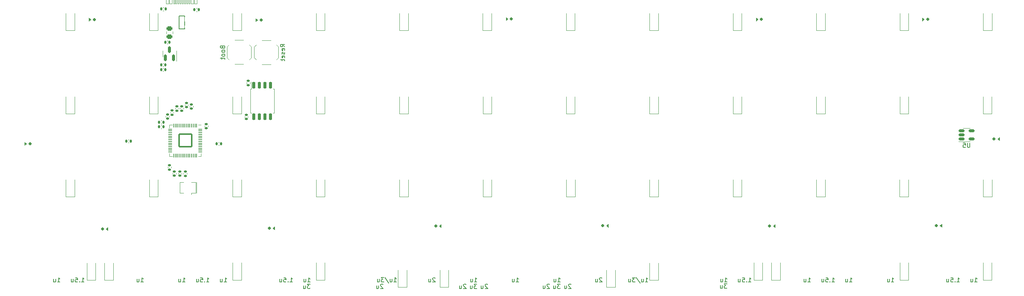
<source format=gbo>
%TF.GenerationSoftware,KiCad,Pcbnew,(6.0.7-1)-1*%
%TF.CreationDate,2022-12-13T16:34:22+02:00*%
%TF.ProjectId,Planck Drop In PCB,506c616e-636b-4204-9472-6f7020496e20,rev?*%
%TF.SameCoordinates,Original*%
%TF.FileFunction,Legend,Bot*%
%TF.FilePolarity,Positive*%
%FSLAX46Y46*%
G04 Gerber Fmt 4.6, Leading zero omitted, Abs format (unit mm)*
G04 Created by KiCad (PCBNEW (6.0.7-1)-1) date 2022-12-13 16:34:22*
%MOMM*%
%LPD*%
G01*
G04 APERTURE LIST*
G04 Aperture macros list*
%AMRoundRect*
0 Rectangle with rounded corners*
0 $1 Rounding radius*
0 $2 $3 $4 $5 $6 $7 $8 $9 X,Y pos of 4 corners*
0 Add a 4 corners polygon primitive as box body*
4,1,4,$2,$3,$4,$5,$6,$7,$8,$9,$2,$3,0*
0 Add four circle primitives for the rounded corners*
1,1,$1+$1,$2,$3*
1,1,$1+$1,$4,$5*
1,1,$1+$1,$6,$7*
1,1,$1+$1,$8,$9*
0 Add four rect primitives between the rounded corners*
20,1,$1+$1,$2,$3,$4,$5,0*
20,1,$1+$1,$4,$5,$6,$7,0*
20,1,$1+$1,$6,$7,$8,$9,0*
20,1,$1+$1,$8,$9,$2,$3,0*%
%AMHorizOval*
0 Thick line with rounded ends*
0 $1 width*
0 $2 $3 position (X,Y) of the first rounded end (center of the circle)*
0 $4 $5 position (X,Y) of the second rounded end (center of the circle)*
0 Add line between two ends*
20,1,$1,$2,$3,$4,$5,0*
0 Add two circle primitives to create the rounded ends*
1,1,$1,$2,$3*
1,1,$1,$4,$5*%
G04 Aperture macros list end*
%ADD10C,0.150000*%
%ADD11C,0.120000*%
%ADD12C,0.100000*%
%ADD13C,0.200000*%
%ADD14C,3.987800*%
%ADD15C,1.750000*%
%ADD16C,2.250000*%
%ADD17HorizOval,2.250000X0.655001X0.730000X-0.655001X-0.730000X0*%
%ADD18HorizOval,2.250000X0.020000X0.290000X-0.020000X-0.290000X0*%
%ADD19C,3.048000*%
%ADD20HorizOval,2.250000X0.655008X0.729993X-0.655008X-0.729993X0*%
%ADD21HorizOval,2.250000X0.020004X0.290000X-0.020004X-0.290000X0*%
%ADD22R,2.000000X2.000000*%
%ADD23C,2.000000*%
%ADD24R,2.000000X3.200000*%
%ADD25RoundRect,0.140000X0.140000X0.170000X-0.140000X0.170000X-0.140000X-0.170000X0.140000X-0.170000X0*%
%ADD26R,1.200000X0.900000*%
%ADD27RoundRect,0.175000X-0.175000X-0.175000X0.175000X-0.175000X0.175000X0.175000X-0.175000X0.175000X0*%
%ADD28R,0.700000X0.700000*%
%ADD29RoundRect,0.140000X0.170000X-0.140000X0.170000X0.140000X-0.170000X0.140000X-0.170000X-0.140000X0*%
%ADD30RoundRect,0.175000X0.175000X0.175000X-0.175000X0.175000X-0.175000X-0.175000X0.175000X-0.175000X0*%
%ADD31RoundRect,0.135000X-0.135000X-0.185000X0.135000X-0.185000X0.135000X0.185000X-0.135000X0.185000X0*%
%ADD32RoundRect,0.140000X-0.140000X-0.170000X0.140000X-0.170000X0.140000X0.170000X-0.140000X0.170000X0*%
%ADD33RoundRect,0.140000X-0.170000X0.140000X-0.170000X-0.140000X0.170000X-0.140000X0.170000X0.140000X0*%
%ADD34RoundRect,0.135000X0.135000X0.185000X-0.135000X0.185000X-0.135000X-0.185000X0.135000X-0.185000X0*%
%ADD35RoundRect,0.150000X-0.150000X0.650000X-0.150000X-0.650000X0.150000X-0.650000X0.150000X0.650000X0*%
%ADD36R,0.700000X1.000000*%
%ADD37R,0.700000X0.600000*%
%ADD38RoundRect,0.135000X-0.185000X0.135000X-0.185000X-0.135000X0.185000X-0.135000X0.185000X0.135000X0*%
%ADD39C,0.750000*%
%ADD40RoundRect,0.050000X-0.300000X-0.725000X0.300000X-0.725000X0.300000X0.725000X-0.300000X0.725000X0*%
%ADD41RoundRect,0.050000X-0.150000X-0.725000X0.150000X-0.725000X0.150000X0.725000X-0.150000X0.725000X0*%
%ADD42O,1.100000X1.700000*%
%ADD43O,1.100000X2.200000*%
%ADD44RoundRect,0.150000X0.150000X-0.587500X0.150000X0.587500X-0.150000X0.587500X-0.150000X-0.587500X0*%
%ADD45RoundRect,0.135000X0.185000X-0.135000X0.185000X0.135000X-0.185000X0.135000X-0.185000X-0.135000X0*%
%ADD46R,1.000000X1.700000*%
%ADD47R,0.400000X1.900000*%
%ADD48RoundRect,0.050000X0.387500X0.050000X-0.387500X0.050000X-0.387500X-0.050000X0.387500X-0.050000X0*%
%ADD49RoundRect,0.050000X0.050000X0.387500X-0.050000X0.387500X-0.050000X-0.387500X0.050000X-0.387500X0*%
%ADD50RoundRect,0.144000X1.456000X1.456000X-1.456000X1.456000X-1.456000X-1.456000X1.456000X-1.456000X0*%
%ADD51RoundRect,0.150000X-0.512500X-0.150000X0.512500X-0.150000X0.512500X0.150000X-0.512500X0.150000X0*%
%ADD52RoundRect,0.243750X-0.456250X0.243750X-0.456250X-0.243750X0.456250X-0.243750X0.456250X0.243750X0*%
G04 APERTURE END LIST*
D10*
X140855714Y-125252380D02*
X140236666Y-125252380D01*
X140570000Y-125633333D01*
X140427142Y-125633333D01*
X140331904Y-125680952D01*
X140284285Y-125728571D01*
X140236666Y-125823809D01*
X140236666Y-126061904D01*
X140284285Y-126157142D01*
X140331904Y-126204761D01*
X140427142Y-126252380D01*
X140712857Y-126252380D01*
X140808095Y-126204761D01*
X140855714Y-126157142D01*
X139379523Y-125585714D02*
X139379523Y-126252380D01*
X139808095Y-125585714D02*
X139808095Y-126109523D01*
X139760476Y-126204761D01*
X139665238Y-126252380D01*
X139522380Y-126252380D01*
X139427142Y-126204761D01*
X139379523Y-126157142D01*
X138388095Y-125307619D02*
X138340476Y-125260000D01*
X138245238Y-125212380D01*
X138007142Y-125212380D01*
X137911904Y-125260000D01*
X137864285Y-125307619D01*
X137816666Y-125402857D01*
X137816666Y-125498095D01*
X137864285Y-125640952D01*
X138435714Y-126212380D01*
X137816666Y-126212380D01*
X136959523Y-125545714D02*
X136959523Y-126212380D01*
X137388095Y-125545714D02*
X137388095Y-126069523D01*
X137340476Y-126164761D01*
X137245238Y-126212380D01*
X137102380Y-126212380D01*
X137007142Y-126164761D01*
X136959523Y-126117142D01*
X102865714Y-125212380D02*
X102246666Y-125212380D01*
X102580000Y-125593333D01*
X102437142Y-125593333D01*
X102341904Y-125640952D01*
X102294285Y-125688571D01*
X102246666Y-125783809D01*
X102246666Y-126021904D01*
X102294285Y-126117142D01*
X102341904Y-126164761D01*
X102437142Y-126212380D01*
X102722857Y-126212380D01*
X102818095Y-126164761D01*
X102865714Y-126117142D01*
X101389523Y-125545714D02*
X101389523Y-126212380D01*
X101818095Y-125545714D02*
X101818095Y-126069523D01*
X101770476Y-126164761D01*
X101675238Y-126212380D01*
X101532380Y-126212380D01*
X101437142Y-126164761D01*
X101389523Y-126117142D01*
X162318095Y-125307619D02*
X162270476Y-125260000D01*
X162175238Y-125212380D01*
X161937142Y-125212380D01*
X161841904Y-125260000D01*
X161794285Y-125307619D01*
X161746666Y-125402857D01*
X161746666Y-125498095D01*
X161794285Y-125640952D01*
X162365714Y-126212380D01*
X161746666Y-126212380D01*
X160889523Y-125545714D02*
X160889523Y-126212380D01*
X161318095Y-125545714D02*
X161318095Y-126069523D01*
X161270476Y-126164761D01*
X161175238Y-126212380D01*
X161032380Y-126212380D01*
X160937142Y-126164761D01*
X160889523Y-126117142D01*
X143308095Y-125307619D02*
X143260476Y-125260000D01*
X143165238Y-125212380D01*
X142927142Y-125212380D01*
X142831904Y-125260000D01*
X142784285Y-125307619D01*
X142736666Y-125402857D01*
X142736666Y-125498095D01*
X142784285Y-125640952D01*
X143355714Y-126212380D01*
X142736666Y-126212380D01*
X141879523Y-125545714D02*
X141879523Y-126212380D01*
X142308095Y-125545714D02*
X142308095Y-126069523D01*
X142260476Y-126164761D01*
X142165238Y-126212380D01*
X142022380Y-126212380D01*
X141927142Y-126164761D01*
X141879523Y-126117142D01*
X119468095Y-125307619D02*
X119420476Y-125260000D01*
X119325238Y-125212380D01*
X119087142Y-125212380D01*
X118991904Y-125260000D01*
X118944285Y-125307619D01*
X118896666Y-125402857D01*
X118896666Y-125498095D01*
X118944285Y-125640952D01*
X119515714Y-126212380D01*
X118896666Y-126212380D01*
X118039523Y-125545714D02*
X118039523Y-126212380D01*
X118468095Y-125545714D02*
X118468095Y-126069523D01*
X118420476Y-126164761D01*
X118325238Y-126212380D01*
X118182380Y-126212380D01*
X118087142Y-126164761D01*
X118039523Y-126117142D01*
X159855714Y-125242380D02*
X159236666Y-125242380D01*
X159570000Y-125623333D01*
X159427142Y-125623333D01*
X159331904Y-125670952D01*
X159284285Y-125718571D01*
X159236666Y-125813809D01*
X159236666Y-126051904D01*
X159284285Y-126147142D01*
X159331904Y-126194761D01*
X159427142Y-126242380D01*
X159712857Y-126242380D01*
X159808095Y-126194761D01*
X159855714Y-126147142D01*
X158379523Y-125575714D02*
X158379523Y-126242380D01*
X158808095Y-125575714D02*
X158808095Y-126099523D01*
X158760476Y-126194761D01*
X158665238Y-126242380D01*
X158522380Y-126242380D01*
X158427142Y-126194761D01*
X158379523Y-126147142D01*
X197855714Y-125182380D02*
X197236666Y-125182380D01*
X197570000Y-125563333D01*
X197427142Y-125563333D01*
X197331904Y-125610952D01*
X197284285Y-125658571D01*
X197236666Y-125753809D01*
X197236666Y-125991904D01*
X197284285Y-126087142D01*
X197331904Y-126134761D01*
X197427142Y-126182380D01*
X197712857Y-126182380D01*
X197808095Y-126134761D01*
X197855714Y-126087142D01*
X196379523Y-125515714D02*
X196379523Y-126182380D01*
X196808095Y-125515714D02*
X196808095Y-126039523D01*
X196760476Y-126134761D01*
X196665238Y-126182380D01*
X196522380Y-126182380D01*
X196427142Y-126134761D01*
X196379523Y-126087142D01*
X157408095Y-125307619D02*
X157360476Y-125260000D01*
X157265238Y-125212380D01*
X157027142Y-125212380D01*
X156931904Y-125260000D01*
X156884285Y-125307619D01*
X156836666Y-125402857D01*
X156836666Y-125498095D01*
X156884285Y-125640952D01*
X157455714Y-126212380D01*
X156836666Y-126212380D01*
X155979523Y-125545714D02*
X155979523Y-126212380D01*
X156408095Y-125545714D02*
X156408095Y-126069523D01*
X156360476Y-126164761D01*
X156265238Y-126212380D01*
X156122380Y-126212380D01*
X156027142Y-126164761D01*
X155979523Y-126117142D01*
%TO.C,2u*%
X169363166Y-123847670D02*
X169315547Y-123800051D01*
X169220309Y-123752431D01*
X168982213Y-123752431D01*
X168886975Y-123800051D01*
X168839356Y-123847670D01*
X168791737Y-123942908D01*
X168791737Y-124038146D01*
X168839356Y-124181003D01*
X169410785Y-124752431D01*
X168791737Y-124752431D01*
X167934594Y-124085765D02*
X167934594Y-124752431D01*
X168363166Y-124085765D02*
X168363166Y-124609574D01*
X168315547Y-124704812D01*
X168220309Y-124752431D01*
X168077451Y-124752431D01*
X167982213Y-124704812D01*
X167934594Y-124657193D01*
%TO.C,1u*%
X64291693Y-124752431D02*
X64863122Y-124752431D01*
X64577407Y-124752431D02*
X64577407Y-123752431D01*
X64672646Y-123895289D01*
X64767884Y-123990527D01*
X64863122Y-124038146D01*
X63434550Y-124085765D02*
X63434550Y-124752431D01*
X63863122Y-124085765D02*
X63863122Y-124609574D01*
X63815503Y-124704812D01*
X63720265Y-124752431D01*
X63577407Y-124752431D01*
X63482169Y-124704812D01*
X63434550Y-124657193D01*
X235291765Y-124752431D02*
X235863194Y-124752431D01*
X235577479Y-124752431D02*
X235577479Y-123752431D01*
X235672718Y-123895289D01*
X235767956Y-123990527D01*
X235863194Y-124038146D01*
X234434622Y-124085765D02*
X234434622Y-124752431D01*
X234863194Y-124085765D02*
X234863194Y-124609574D01*
X234815575Y-124704812D01*
X234720337Y-124752431D01*
X234577479Y-124752431D01*
X234482241Y-124704812D01*
X234434622Y-124657193D01*
X149791729Y-124752431D02*
X150363158Y-124752431D01*
X150077443Y-124752431D02*
X150077443Y-123752431D01*
X150172682Y-123895289D01*
X150267920Y-123990527D01*
X150363158Y-124038146D01*
X148934586Y-124085765D02*
X148934586Y-124752431D01*
X149363158Y-124085765D02*
X149363158Y-124609574D01*
X149315539Y-124704812D01*
X149220301Y-124752431D01*
X149077443Y-124752431D01*
X148982205Y-124704812D01*
X148934586Y-124657193D01*
X225791761Y-124752431D02*
X226363190Y-124752431D01*
X226077475Y-124752431D02*
X226077475Y-123752431D01*
X226172714Y-123895289D01*
X226267952Y-123990527D01*
X226363190Y-124038146D01*
X224934618Y-124085765D02*
X224934618Y-124752431D01*
X225363190Y-124085765D02*
X225363190Y-124609574D01*
X225315571Y-124704812D01*
X225220333Y-124752431D01*
X225077475Y-124752431D01*
X224982237Y-124704812D01*
X224934618Y-124657193D01*
X45291685Y-124752431D02*
X45863114Y-124752431D01*
X45577399Y-124752431D02*
X45577399Y-123752431D01*
X45672638Y-123895289D01*
X45767876Y-123990527D01*
X45863114Y-124038146D01*
X44434542Y-124085765D02*
X44434542Y-124752431D01*
X44863114Y-124085765D02*
X44863114Y-124609574D01*
X44815495Y-124704812D01*
X44720257Y-124752431D01*
X44577399Y-124752431D01*
X44482161Y-124704812D01*
X44434542Y-124657193D01*
%TO.C,1.5u*%
X202756037Y-124752431D02*
X203327465Y-124752431D01*
X203041751Y-124752431D02*
X203041751Y-123752431D01*
X203136989Y-123895289D01*
X203232227Y-123990527D01*
X203327465Y-124038146D01*
X202327465Y-124657193D02*
X202279846Y-124704812D01*
X202327465Y-124752431D01*
X202375085Y-124704812D01*
X202327465Y-124657193D01*
X202327465Y-124752431D01*
X201375085Y-123752431D02*
X201851275Y-123752431D01*
X201898894Y-124228622D01*
X201851275Y-124181003D01*
X201756037Y-124133384D01*
X201517942Y-124133384D01*
X201422704Y-124181003D01*
X201375085Y-124228622D01*
X201327465Y-124323860D01*
X201327465Y-124561955D01*
X201375085Y-124657193D01*
X201422704Y-124704812D01*
X201517942Y-124752431D01*
X201756037Y-124752431D01*
X201851275Y-124704812D01*
X201898894Y-124657193D01*
X200470323Y-124085765D02*
X200470323Y-124752431D01*
X200898894Y-124085765D02*
X200898894Y-124609574D01*
X200851275Y-124704812D01*
X200756037Y-124752431D01*
X200613180Y-124752431D01*
X200517942Y-124704812D01*
X200470323Y-124657193D01*
%TO.C,1u*%
X159291733Y-124752431D02*
X159863162Y-124752431D01*
X159577447Y-124752431D02*
X159577447Y-123752431D01*
X159672686Y-123895289D01*
X159767924Y-123990527D01*
X159863162Y-124038146D01*
X158434590Y-124085765D02*
X158434590Y-124752431D01*
X158863162Y-124085765D02*
X158863162Y-124609574D01*
X158815543Y-124704812D01*
X158720305Y-124752431D01*
X158577447Y-124752431D01*
X158482209Y-124704812D01*
X158434590Y-124657193D01*
%TO.C,1.5u*%
X98255993Y-124752431D02*
X98827421Y-124752431D01*
X98541707Y-124752431D02*
X98541707Y-123752431D01*
X98636945Y-123895289D01*
X98732183Y-123990527D01*
X98827421Y-124038146D01*
X97827421Y-124657193D02*
X97779802Y-124704812D01*
X97827421Y-124752431D01*
X97875041Y-124704812D01*
X97827421Y-124657193D01*
X97827421Y-124752431D01*
X96875041Y-123752431D02*
X97351231Y-123752431D01*
X97398850Y-124228622D01*
X97351231Y-124181003D01*
X97255993Y-124133384D01*
X97017898Y-124133384D01*
X96922660Y-124181003D01*
X96875041Y-124228622D01*
X96827421Y-124323860D01*
X96827421Y-124561955D01*
X96875041Y-124657193D01*
X96922660Y-124704812D01*
X97017898Y-124752431D01*
X97255993Y-124752431D01*
X97351231Y-124704812D01*
X97398850Y-124657193D01*
X95970279Y-124085765D02*
X95970279Y-124752431D01*
X96398850Y-124085765D02*
X96398850Y-124609574D01*
X96351231Y-124704812D01*
X96255993Y-124752431D01*
X96113136Y-124752431D01*
X96017898Y-124704812D01*
X95970279Y-124657193D01*
X50755973Y-124752431D02*
X51327401Y-124752431D01*
X51041687Y-124752431D02*
X51041687Y-123752431D01*
X51136925Y-123895289D01*
X51232163Y-123990527D01*
X51327401Y-124038146D01*
X50327401Y-124657193D02*
X50279782Y-124704812D01*
X50327401Y-124752431D01*
X50375021Y-124704812D01*
X50327401Y-124657193D01*
X50327401Y-124752431D01*
X49375021Y-123752431D02*
X49851211Y-123752431D01*
X49898830Y-124228622D01*
X49851211Y-124181003D01*
X49755973Y-124133384D01*
X49517878Y-124133384D01*
X49422640Y-124181003D01*
X49375021Y-124228622D01*
X49327401Y-124323860D01*
X49327401Y-124561955D01*
X49375021Y-124657193D01*
X49422640Y-124704812D01*
X49517878Y-124752431D01*
X49755973Y-124752431D01*
X49851211Y-124704812D01*
X49898830Y-124657193D01*
X48470259Y-124085765D02*
X48470259Y-124752431D01*
X48898830Y-124085765D02*
X48898830Y-124609574D01*
X48851211Y-124704812D01*
X48755973Y-124752431D01*
X48613116Y-124752431D01*
X48517878Y-124704812D01*
X48470259Y-124657193D01*
%TO.C,1u*%
X216291757Y-124752431D02*
X216863186Y-124752431D01*
X216577471Y-124752431D02*
X216577471Y-123752431D01*
X216672710Y-123895289D01*
X216767948Y-123990527D01*
X216863186Y-124038146D01*
X215434614Y-124085765D02*
X215434614Y-124752431D01*
X215863186Y-124085765D02*
X215863186Y-124609574D01*
X215815567Y-124704812D01*
X215720329Y-124752431D01*
X215577471Y-124752431D01*
X215482233Y-124704812D01*
X215434614Y-124657193D01*
X73791697Y-124752431D02*
X74363126Y-124752431D01*
X74077411Y-124752431D02*
X74077411Y-123752431D01*
X74172650Y-123895289D01*
X74267888Y-123990527D01*
X74363126Y-124038146D01*
X72934554Y-124085765D02*
X72934554Y-124752431D01*
X73363126Y-124085765D02*
X73363126Y-124609574D01*
X73315507Y-124704812D01*
X73220269Y-124752431D01*
X73077411Y-124752431D01*
X72982173Y-124704812D01*
X72934554Y-124657193D01*
%TO.C,1.5u*%
X79255985Y-124752431D02*
X79827413Y-124752431D01*
X79541699Y-124752431D02*
X79541699Y-123752431D01*
X79636937Y-123895289D01*
X79732175Y-123990527D01*
X79827413Y-124038146D01*
X78827413Y-124657193D02*
X78779794Y-124704812D01*
X78827413Y-124752431D01*
X78875033Y-124704812D01*
X78827413Y-124657193D01*
X78827413Y-124752431D01*
X77875033Y-123752431D02*
X78351223Y-123752431D01*
X78398842Y-124228622D01*
X78351223Y-124181003D01*
X78255985Y-124133384D01*
X78017890Y-124133384D01*
X77922652Y-124181003D01*
X77875033Y-124228622D01*
X77827413Y-124323860D01*
X77827413Y-124561955D01*
X77875033Y-124657193D01*
X77922652Y-124704812D01*
X78017890Y-124752431D01*
X78255985Y-124752431D01*
X78351223Y-124704812D01*
X78398842Y-124657193D01*
X76970271Y-124085765D02*
X76970271Y-124752431D01*
X77398842Y-124085765D02*
X77398842Y-124609574D01*
X77351223Y-124704812D01*
X77255985Y-124752431D01*
X77113128Y-124752431D01*
X77017890Y-124704812D01*
X76970271Y-124657193D01*
%TO.C,1u*%
X102291709Y-124752431D02*
X102863138Y-124752431D01*
X102577423Y-124752431D02*
X102577423Y-123752431D01*
X102672662Y-123895289D01*
X102767900Y-123990527D01*
X102863138Y-124038146D01*
X101434566Y-124085765D02*
X101434566Y-124752431D01*
X101863138Y-124085765D02*
X101863138Y-124609574D01*
X101815519Y-124704812D01*
X101720281Y-124752431D01*
X101577423Y-124752431D01*
X101482185Y-124704812D01*
X101434566Y-124657193D01*
X140291725Y-124752431D02*
X140863154Y-124752431D01*
X140577439Y-124752431D02*
X140577439Y-123752431D01*
X140672678Y-123895289D01*
X140767916Y-123990527D01*
X140863154Y-124038146D01*
X139434582Y-124085765D02*
X139434582Y-124752431D01*
X139863154Y-124085765D02*
X139863154Y-124609574D01*
X139815535Y-124704812D01*
X139720297Y-124752431D01*
X139577439Y-124752431D01*
X139482201Y-124704812D01*
X139434582Y-124657193D01*
X83291701Y-124752431D02*
X83863130Y-124752431D01*
X83577415Y-124752431D02*
X83577415Y-123752431D01*
X83672654Y-123895289D01*
X83767892Y-123990527D01*
X83863130Y-124038146D01*
X82434558Y-124085765D02*
X82434558Y-124752431D01*
X82863130Y-124085765D02*
X82863130Y-124609574D01*
X82815511Y-124704812D01*
X82720273Y-124752431D01*
X82577415Y-124752431D01*
X82482177Y-124704812D01*
X82434558Y-124657193D01*
%TO.C,1.5u*%
X221756045Y-124752431D02*
X222327473Y-124752431D01*
X222041759Y-124752431D02*
X222041759Y-123752431D01*
X222136997Y-123895289D01*
X222232235Y-123990527D01*
X222327473Y-124038146D01*
X221327473Y-124657193D02*
X221279854Y-124704812D01*
X221327473Y-124752431D01*
X221375093Y-124704812D01*
X221327473Y-124657193D01*
X221327473Y-124752431D01*
X220375093Y-123752431D02*
X220851283Y-123752431D01*
X220898902Y-124228622D01*
X220851283Y-124181003D01*
X220756045Y-124133384D01*
X220517950Y-124133384D01*
X220422712Y-124181003D01*
X220375093Y-124228622D01*
X220327473Y-124323860D01*
X220327473Y-124561955D01*
X220375093Y-124657193D01*
X220422712Y-124704812D01*
X220517950Y-124752431D01*
X220756045Y-124752431D01*
X220851283Y-124704812D01*
X220898902Y-124657193D01*
X219470331Y-124085765D02*
X219470331Y-124752431D01*
X219898902Y-124085765D02*
X219898902Y-124609574D01*
X219851283Y-124704812D01*
X219756045Y-124752431D01*
X219613188Y-124752431D01*
X219517950Y-124704812D01*
X219470331Y-124657193D01*
X250256057Y-124752431D02*
X250827485Y-124752431D01*
X250541771Y-124752431D02*
X250541771Y-123752431D01*
X250637009Y-123895289D01*
X250732247Y-123990527D01*
X250827485Y-124038146D01*
X249827485Y-124657193D02*
X249779866Y-124704812D01*
X249827485Y-124752431D01*
X249875105Y-124704812D01*
X249827485Y-124657193D01*
X249827485Y-124752431D01*
X248875105Y-123752431D02*
X249351295Y-123752431D01*
X249398914Y-124228622D01*
X249351295Y-124181003D01*
X249256057Y-124133384D01*
X249017962Y-124133384D01*
X248922724Y-124181003D01*
X248875105Y-124228622D01*
X248827485Y-124323860D01*
X248827485Y-124561955D01*
X248875105Y-124657193D01*
X248922724Y-124704812D01*
X249017962Y-124752431D01*
X249256057Y-124752431D01*
X249351295Y-124704812D01*
X249398914Y-124657193D01*
X247970343Y-124085765D02*
X247970343Y-124752431D01*
X248398914Y-124085765D02*
X248398914Y-124609574D01*
X248351295Y-124704812D01*
X248256057Y-124752431D01*
X248113200Y-124752431D01*
X248017962Y-124704812D01*
X247970343Y-124657193D01*
%TO.C,1u/3u*%
X179239047Y-124752431D02*
X179810476Y-124752431D01*
X179524761Y-124752431D02*
X179524761Y-123752431D01*
X179620000Y-123895289D01*
X179715238Y-123990527D01*
X179810476Y-124038146D01*
X178381904Y-124085765D02*
X178381904Y-124752431D01*
X178810476Y-124085765D02*
X178810476Y-124609574D01*
X178762857Y-124704812D01*
X178667619Y-124752431D01*
X178524761Y-124752431D01*
X178429523Y-124704812D01*
X178381904Y-124657193D01*
X177191428Y-123704812D02*
X178048571Y-124990527D01*
X176953333Y-123752431D02*
X176334285Y-123752431D01*
X176667619Y-124133384D01*
X176524761Y-124133384D01*
X176429523Y-124181003D01*
X176381904Y-124228622D01*
X176334285Y-124323860D01*
X176334285Y-124561955D01*
X176381904Y-124657193D01*
X176429523Y-124704812D01*
X176524761Y-124752431D01*
X176810476Y-124752431D01*
X176905714Y-124704812D01*
X176953333Y-124657193D01*
X175477142Y-124085765D02*
X175477142Y-124752431D01*
X175905714Y-124085765D02*
X175905714Y-124609574D01*
X175858095Y-124704812D01*
X175762857Y-124752431D01*
X175620000Y-124752431D01*
X175524761Y-124704812D01*
X175477142Y-124657193D01*
%TO.C,1u*%
X197291749Y-124752431D02*
X197863178Y-124752431D01*
X197577463Y-124752431D02*
X197577463Y-123752431D01*
X197672702Y-123895289D01*
X197767940Y-123990527D01*
X197863178Y-124038146D01*
X196434606Y-124085765D02*
X196434606Y-124752431D01*
X196863178Y-124085765D02*
X196863178Y-124609574D01*
X196815559Y-124704812D01*
X196720321Y-124752431D01*
X196577463Y-124752431D01*
X196482225Y-124704812D01*
X196434606Y-124657193D01*
X254291773Y-124752431D02*
X254863202Y-124752431D01*
X254577487Y-124752431D02*
X254577487Y-123752431D01*
X254672726Y-123895289D01*
X254767964Y-123990527D01*
X254863202Y-124038146D01*
X253434630Y-124085765D02*
X253434630Y-124752431D01*
X253863202Y-124085765D02*
X253863202Y-124609574D01*
X253815583Y-124704812D01*
X253720345Y-124752431D01*
X253577487Y-124752431D01*
X253482249Y-124704812D01*
X253434630Y-124657193D01*
%TO.C,1u/3u*%
X121959047Y-124742380D02*
X122530476Y-124742380D01*
X122244761Y-124742380D02*
X122244761Y-123742380D01*
X122340000Y-123885238D01*
X122435238Y-123980476D01*
X122530476Y-124028095D01*
X121101904Y-124075714D02*
X121101904Y-124742380D01*
X121530476Y-124075714D02*
X121530476Y-124599523D01*
X121482857Y-124694761D01*
X121387619Y-124742380D01*
X121244761Y-124742380D01*
X121149523Y-124694761D01*
X121101904Y-124647142D01*
X119911428Y-123694761D02*
X120768571Y-124980476D01*
X119673333Y-123742380D02*
X119054285Y-123742380D01*
X119387619Y-124123333D01*
X119244761Y-124123333D01*
X119149523Y-124170952D01*
X119101904Y-124218571D01*
X119054285Y-124313809D01*
X119054285Y-124551904D01*
X119101904Y-124647142D01*
X119149523Y-124694761D01*
X119244761Y-124742380D01*
X119530476Y-124742380D01*
X119625714Y-124694761D01*
X119673333Y-124647142D01*
X118197142Y-124075714D02*
X118197142Y-124742380D01*
X118625714Y-124075714D02*
X118625714Y-124599523D01*
X118578095Y-124694761D01*
X118482857Y-124742380D01*
X118339999Y-124742380D01*
X118244761Y-124694761D01*
X118197142Y-124647142D01*
%TO.C,2u*%
X131363150Y-123847670D02*
X131315531Y-123800051D01*
X131220293Y-123752431D01*
X130982197Y-123752431D01*
X130886959Y-123800051D01*
X130839340Y-123847670D01*
X130791721Y-123942908D01*
X130791721Y-124038146D01*
X130839340Y-124181003D01*
X131410769Y-124752431D01*
X130791721Y-124752431D01*
X129934578Y-124085765D02*
X129934578Y-124752431D01*
X130363150Y-124085765D02*
X130363150Y-124609574D01*
X130315531Y-124704812D01*
X130220293Y-124752431D01*
X130077435Y-124752431D01*
X129982197Y-124704812D01*
X129934578Y-124657193D01*
%TO.C,SW6*%
X97092380Y-70991904D02*
X96616190Y-70658571D01*
X97092380Y-70420476D02*
X96092380Y-70420476D01*
X96092380Y-70801428D01*
X96140000Y-70896666D01*
X96187619Y-70944285D01*
X96282857Y-70991904D01*
X96425714Y-70991904D01*
X96520952Y-70944285D01*
X96568571Y-70896666D01*
X96616190Y-70801428D01*
X96616190Y-70420476D01*
X97044761Y-71801428D02*
X97092380Y-71706190D01*
X97092380Y-71515714D01*
X97044761Y-71420476D01*
X96949523Y-71372857D01*
X96568571Y-71372857D01*
X96473333Y-71420476D01*
X96425714Y-71515714D01*
X96425714Y-71706190D01*
X96473333Y-71801428D01*
X96568571Y-71849047D01*
X96663809Y-71849047D01*
X96759047Y-71372857D01*
X97044761Y-72230000D02*
X97092380Y-72325238D01*
X97092380Y-72515714D01*
X97044761Y-72610952D01*
X96949523Y-72658571D01*
X96901904Y-72658571D01*
X96806666Y-72610952D01*
X96759047Y-72515714D01*
X96759047Y-72372857D01*
X96711428Y-72277619D01*
X96616190Y-72230000D01*
X96568571Y-72230000D01*
X96473333Y-72277619D01*
X96425714Y-72372857D01*
X96425714Y-72515714D01*
X96473333Y-72610952D01*
X97044761Y-73468095D02*
X97092380Y-73372857D01*
X97092380Y-73182380D01*
X97044761Y-73087142D01*
X96949523Y-73039523D01*
X96568571Y-73039523D01*
X96473333Y-73087142D01*
X96425714Y-73182380D01*
X96425714Y-73372857D01*
X96473333Y-73468095D01*
X96568571Y-73515714D01*
X96663809Y-73515714D01*
X96759047Y-73039523D01*
X96425714Y-73801428D02*
X96425714Y-74182380D01*
X96092380Y-73944285D02*
X96949523Y-73944285D01*
X97044761Y-73991904D01*
X97092380Y-74087142D01*
X97092380Y-74182380D01*
%TO.C,U5*%
X253221904Y-92962380D02*
X253221904Y-93771904D01*
X253174285Y-93867142D01*
X253126666Y-93914761D01*
X253031428Y-93962380D01*
X252840952Y-93962380D01*
X252745714Y-93914761D01*
X252698095Y-93867142D01*
X252650476Y-93771904D01*
X252650476Y-92962380D01*
X251698095Y-92962380D02*
X252174285Y-92962380D01*
X252221904Y-93438571D01*
X252174285Y-93390952D01*
X252079047Y-93343333D01*
X251840952Y-93343333D01*
X251745714Y-93390952D01*
X251698095Y-93438571D01*
X251650476Y-93533809D01*
X251650476Y-93771904D01*
X251698095Y-93867142D01*
X251745714Y-93914761D01*
X251840952Y-93962380D01*
X252079047Y-93962380D01*
X252174285Y-93914761D01*
X252221904Y-93867142D01*
%TO.C,SW5*%
X82918571Y-71090952D02*
X82966190Y-71233809D01*
X83013809Y-71281428D01*
X83109047Y-71329047D01*
X83251904Y-71329047D01*
X83347142Y-71281428D01*
X83394761Y-71233809D01*
X83442380Y-71138571D01*
X83442380Y-70757619D01*
X82442380Y-70757619D01*
X82442380Y-71090952D01*
X82490000Y-71186190D01*
X82537619Y-71233809D01*
X82632857Y-71281428D01*
X82728095Y-71281428D01*
X82823333Y-71233809D01*
X82870952Y-71186190D01*
X82918571Y-71090952D01*
X82918571Y-70757619D01*
X83442380Y-71900476D02*
X83394761Y-71805238D01*
X83347142Y-71757619D01*
X83251904Y-71710000D01*
X82966190Y-71710000D01*
X82870952Y-71757619D01*
X82823333Y-71805238D01*
X82775714Y-71900476D01*
X82775714Y-72043333D01*
X82823333Y-72138571D01*
X82870952Y-72186190D01*
X82966190Y-72233809D01*
X83251904Y-72233809D01*
X83347142Y-72186190D01*
X83394761Y-72138571D01*
X83442380Y-72043333D01*
X83442380Y-71900476D01*
X83442380Y-72805238D02*
X83394761Y-72710000D01*
X83347142Y-72662380D01*
X83251904Y-72614761D01*
X82966190Y-72614761D01*
X82870952Y-72662380D01*
X82823333Y-72710000D01*
X82775714Y-72805238D01*
X82775714Y-72948095D01*
X82823333Y-73043333D01*
X82870952Y-73090952D01*
X82966190Y-73138571D01*
X83251904Y-73138571D01*
X83347142Y-73090952D01*
X83394761Y-73043333D01*
X83442380Y-72948095D01*
X83442380Y-72805238D01*
X82775714Y-73424285D02*
X82775714Y-73805238D01*
X82442380Y-73567142D02*
X83299523Y-73567142D01*
X83394761Y-73614761D01*
X83442380Y-73710000D01*
X83442380Y-73805238D01*
D11*
%TO.C,C2*%
X69497836Y-74750000D02*
X69282164Y-74750000D01*
X69497836Y-75470000D02*
X69282164Y-75470000D01*
%TO.C,D43*%
X237220000Y-105260000D02*
X237220000Y-101360000D01*
X239220000Y-105260000D02*
X237220000Y-105260000D01*
X239220000Y-105260000D02*
X239220000Y-101360000D01*
%TO.C,D9*%
X87220000Y-67260000D02*
X87220000Y-63360000D01*
X87220000Y-67260000D02*
X85220000Y-67260000D01*
X85220000Y-67260000D02*
X85220000Y-63360000D01*
%TO.C,D33*%
X201220000Y-67260000D02*
X199220000Y-67260000D01*
X201220000Y-67260000D02*
X201220000Y-63360000D01*
X199220000Y-67260000D02*
X199220000Y-63360000D01*
%TO.C,D21*%
X142220000Y-67260000D02*
X142220000Y-63360000D01*
X144220000Y-67260000D02*
X142220000Y-67260000D01*
X144220000Y-67260000D02*
X144220000Y-63360000D01*
%TO.C,D56*%
G36*
X56770000Y-112950000D02*
G01*
X56320000Y-112600000D01*
X56770000Y-112250000D01*
X56770000Y-112950000D01*
G37*
D12*
X56770000Y-112950000D02*
X56320000Y-112600000D01*
X56770000Y-112250000D01*
X56770000Y-112950000D01*
D11*
%TO.C,C6*%
X76200000Y-84737836D02*
X76200000Y-84522164D01*
X75480000Y-84737836D02*
X75480000Y-84522164D01*
%TO.C,C10*%
X69057836Y-88550000D02*
X68842164Y-88550000D01*
X69057836Y-87830000D02*
X68842164Y-87830000D01*
%TO.C,D50*%
G36*
X242790000Y-64730000D02*
G01*
X242340000Y-65080000D01*
X242340000Y-64380000D01*
X242790000Y-64730000D01*
G37*
D12*
X242790000Y-64730000D02*
X242340000Y-65080000D01*
X242340000Y-64380000D01*
X242790000Y-64730000D01*
D11*
%TO.C,D24*%
X134410000Y-125900000D02*
X134410000Y-122000000D01*
X134410000Y-125900000D02*
X132410000Y-125900000D01*
X132410000Y-125900000D02*
X132410000Y-122000000D01*
%TO.C,R2*%
X76866359Y-62910000D02*
X77173641Y-62910000D01*
X76866359Y-62150000D02*
X77173641Y-62150000D01*
%TO.C,D7*%
X68220000Y-105260000D02*
X66220000Y-105260000D01*
X66220000Y-105260000D02*
X66220000Y-101360000D01*
X68220000Y-105260000D02*
X68220000Y-101360000D01*
%TO.C,C7*%
X79590000Y-89207836D02*
X79590000Y-88992164D01*
X78870000Y-89207836D02*
X78870000Y-88992164D01*
%TO.C,C11*%
X81962164Y-93520000D02*
X82177836Y-93520000D01*
X81962164Y-92800000D02*
X82177836Y-92800000D01*
%TO.C,D54*%
G36*
X52910000Y-64740000D02*
G01*
X52460000Y-65090000D01*
X52460000Y-64390000D01*
X52910000Y-64740000D01*
G37*
D12*
X52910000Y-64740000D02*
X52460000Y-65090000D01*
X52460000Y-64390000D01*
X52910000Y-64740000D01*
D11*
%TO.C,D32*%
X182230000Y-124270000D02*
X180230000Y-124270000D01*
X182230000Y-124270000D02*
X182230000Y-120370000D01*
X180230000Y-124270000D02*
X180230000Y-120370000D01*
%TO.C,C12*%
X72850000Y-99862164D02*
X72850000Y-100077836D01*
X73570000Y-99862164D02*
X73570000Y-100077836D01*
%TO.C,R1*%
X69573641Y-61980000D02*
X69266359Y-61980000D01*
X69573641Y-62740000D02*
X69266359Y-62740000D01*
%TO.C,U4*%
X89235000Y-83370000D02*
X89235000Y-80645000D01*
X89235000Y-80645000D02*
X89495000Y-80645000D01*
X94685000Y-86095000D02*
X94425000Y-86095000D01*
X89235000Y-86095000D02*
X89495000Y-86095000D01*
X89495000Y-80645000D02*
X89495000Y-78970000D01*
X94685000Y-83370000D02*
X94685000Y-80645000D01*
X94685000Y-80645000D02*
X94425000Y-80645000D01*
X94685000Y-83370000D02*
X94685000Y-86095000D01*
X89235000Y-83370000D02*
X89235000Y-86095000D01*
%TO.C,D29*%
X180220000Y-67260000D02*
X180220000Y-63360000D01*
X182220000Y-67260000D02*
X182220000Y-63360000D01*
X182220000Y-67260000D02*
X180220000Y-67260000D01*
%TO.C,D25*%
X161220000Y-67260000D02*
X161220000Y-63360000D01*
X163220000Y-67260000D02*
X161220000Y-67260000D01*
X163220000Y-67260000D02*
X163220000Y-63360000D01*
%TO.C,C_LDO2*%
X69497836Y-76550000D02*
X69282164Y-76550000D01*
X69497836Y-75830000D02*
X69282164Y-75830000D01*
%TO.C,D61*%
G36*
X246800000Y-112230000D02*
G01*
X246350000Y-111880000D01*
X246800000Y-111530000D01*
X246800000Y-112230000D01*
G37*
D12*
X246800000Y-112230000D02*
X246350000Y-111880000D01*
X246800000Y-111530000D01*
X246800000Y-112230000D01*
D11*
%TO.C,C5*%
X69057836Y-89630000D02*
X68842164Y-89630000D01*
X69057836Y-88910000D02*
X68842164Y-88910000D01*
%TO.C,D44*%
X237230000Y-124260000D02*
X237230000Y-120360000D01*
X239230000Y-124260000D02*
X237230000Y-124260000D01*
X239230000Y-124260000D02*
X239230000Y-120360000D01*
%TO.C,D42*%
X239230000Y-86260000D02*
X239230000Y-82360000D01*
X239230000Y-86260000D02*
X237230000Y-86260000D01*
X237230000Y-86260000D02*
X237230000Y-82360000D01*
%TO.C,C9*%
X88690000Y-87107836D02*
X88690000Y-86892164D01*
X87970000Y-87107836D02*
X87970000Y-86892164D01*
%TO.C,D27*%
X163230000Y-105270000D02*
X161230000Y-105270000D01*
X163230000Y-105270000D02*
X163230000Y-101370000D01*
X161230000Y-105270000D02*
X161230000Y-101370000D01*
%TO.C,D58*%
G36*
X132740000Y-112260000D02*
G01*
X132290000Y-111910000D01*
X132740000Y-111560000D01*
X132740000Y-112260000D01*
G37*
D12*
X132740000Y-112260000D02*
X132290000Y-111910000D01*
X132740000Y-111560000D01*
X132740000Y-112260000D01*
D11*
%TO.C,D34*%
X201220000Y-86260000D02*
X199220000Y-86260000D01*
X201220000Y-86260000D02*
X201220000Y-82360000D01*
X199220000Y-86260000D02*
X199220000Y-82360000D01*
D10*
%TO.C,U2*%
X74280000Y-66870000D02*
X72980000Y-66870000D01*
X74280000Y-63970000D02*
X74280000Y-66870000D01*
X72980000Y-63970000D02*
X74280000Y-63970000D01*
X72980000Y-63970000D02*
X72980000Y-66870000D01*
D11*
%TO.C,R5*%
X72140000Y-84913859D02*
X72140000Y-85221141D01*
X72900000Y-84913859D02*
X72900000Y-85221141D01*
%TO.C,D10*%
X87220000Y-86260000D02*
X87220000Y-82360000D01*
X87220000Y-86260000D02*
X85220000Y-86260000D01*
X85220000Y-86260000D02*
X85220000Y-82360000D01*
%TO.C,D41*%
X239230000Y-67260000D02*
X237230000Y-67260000D01*
X237230000Y-67260000D02*
X237230000Y-63360000D01*
X239230000Y-67260000D02*
X239230000Y-63360000D01*
%TO.C,D51*%
G36*
X204920000Y-64730000D02*
G01*
X204470000Y-65080000D01*
X204470000Y-64380000D01*
X204920000Y-64730000D01*
G37*
D12*
X204920000Y-64730000D02*
X204470000Y-65080000D01*
X204470000Y-64380000D01*
X204920000Y-64730000D01*
D11*
%TO.C,R4*%
X73230000Y-84906359D02*
X73230000Y-85213641D01*
X73990000Y-84906359D02*
X73990000Y-85213641D01*
%TO.C,U1*%
X72380000Y-72570000D02*
X72380000Y-74245000D01*
X72380000Y-72570000D02*
X72380000Y-71920000D01*
X69260000Y-72570000D02*
X69260000Y-71920000D01*
X69260000Y-72570000D02*
X69260000Y-73220000D01*
%TO.C,D4*%
X53980000Y-124270000D02*
X51980000Y-124270000D01*
X51980000Y-124270000D02*
X51980000Y-120370000D01*
X53980000Y-124270000D02*
X53980000Y-120370000D01*
%TO.C,D20*%
X124910000Y-125890000D02*
X122910000Y-125890000D01*
X124910000Y-125890000D02*
X124910000Y-121990000D01*
X122910000Y-125890000D02*
X122910000Y-121990000D01*
%TO.C,D1*%
X49230000Y-67260000D02*
X47230000Y-67260000D01*
X49230000Y-67260000D02*
X49230000Y-63360000D01*
X47230000Y-67260000D02*
X47230000Y-63360000D01*
%TO.C,D46*%
X258220000Y-86260000D02*
X256220000Y-86260000D01*
X256220000Y-86260000D02*
X256220000Y-82360000D01*
X258220000Y-86260000D02*
X258220000Y-82360000D01*
%TO.C,R3*%
X71200000Y-98683641D02*
X71200000Y-98376359D01*
X70440000Y-98683641D02*
X70440000Y-98376359D01*
%TO.C,D12*%
X87230000Y-124260000D02*
X87230000Y-120360000D01*
X87230000Y-124260000D02*
X85230000Y-124260000D01*
X85230000Y-124260000D02*
X85230000Y-120360000D01*
%TO.C,R7*%
X74790000Y-100113641D02*
X74790000Y-99806359D01*
X74030000Y-100113641D02*
X74030000Y-99806359D01*
%TO.C,D13*%
X104220000Y-67260000D02*
X104220000Y-63360000D01*
X106220000Y-67260000D02*
X104220000Y-67260000D01*
X106220000Y-67260000D02*
X106220000Y-63360000D01*
%TO.C,D6*%
X68220000Y-86260000D02*
X66220000Y-86260000D01*
X68220000Y-86260000D02*
X68220000Y-82360000D01*
X66220000Y-86260000D02*
X66220000Y-82360000D01*
%TO.C,D53*%
G36*
X90930000Y-64850000D02*
G01*
X90480000Y-65200000D01*
X90480000Y-64500000D01*
X90930000Y-64850000D01*
G37*
D12*
X90930000Y-64850000D02*
X90480000Y-65200000D01*
X90480000Y-64500000D01*
X90930000Y-64850000D01*
D11*
%TO.C,R6*%
X88390000Y-79096359D02*
X88390000Y-79403641D01*
X89150000Y-79096359D02*
X89150000Y-79403641D01*
%TO.C,D36*%
X205980000Y-124260000D02*
X203980000Y-124260000D01*
X203980000Y-124260000D02*
X203980000Y-120360000D01*
X205980000Y-124260000D02*
X205980000Y-120360000D01*
%TO.C,D19*%
X123220000Y-105260000D02*
X123220000Y-101360000D01*
X125220000Y-105260000D02*
X123220000Y-105260000D01*
X125220000Y-105260000D02*
X125220000Y-101360000D01*
%TO.C,D15*%
X106220000Y-105270000D02*
X106220000Y-101370000D01*
X104220000Y-105270000D02*
X104220000Y-101370000D01*
X106220000Y-105270000D02*
X104220000Y-105270000D01*
%TO.C,D26*%
X163220000Y-86260000D02*
X161220000Y-86260000D01*
X163220000Y-86260000D02*
X163220000Y-82360000D01*
X161220000Y-86260000D02*
X161220000Y-82360000D01*
%TO.C,SW6*%
X95190000Y-70530000D02*
X95640000Y-70980000D01*
X91890000Y-74980000D02*
X93890000Y-74980000D01*
X95190000Y-73930000D02*
X95640000Y-73480000D01*
X90590000Y-70530000D02*
X90140000Y-70980000D01*
X95640000Y-70980000D02*
X95640000Y-73480000D01*
X90140000Y-70980000D02*
X90140000Y-73480000D01*
X90590000Y-73930000D02*
X90140000Y-73480000D01*
X91890000Y-69480000D02*
X93890000Y-69480000D01*
%TO.C,D22*%
X142230000Y-86260000D02*
X142230000Y-82360000D01*
X144230000Y-86260000D02*
X144230000Y-82360000D01*
X144230000Y-86260000D02*
X142230000Y-86260000D01*
%TO.C,C4*%
X69990000Y-87017836D02*
X69990000Y-86802164D01*
X70710000Y-87017836D02*
X70710000Y-86802164D01*
%TO.C,D52*%
G36*
X147930000Y-64620000D02*
G01*
X147480000Y-64970000D01*
X147480000Y-64270000D01*
X147930000Y-64620000D01*
G37*
D12*
X147930000Y-64620000D02*
X147480000Y-64970000D01*
X147480000Y-64270000D01*
X147930000Y-64620000D01*
%TO.C,D59*%
G36*
X170800000Y-112240000D02*
G01*
X170350000Y-111890000D01*
X170800000Y-111540000D01*
X170800000Y-112240000D01*
G37*
X170800000Y-112240000D02*
X170350000Y-111890000D01*
X170800000Y-111540000D01*
X170800000Y-112240000D01*
D11*
%TO.C,D28*%
X172420000Y-125890000D02*
X170420000Y-125890000D01*
X170420000Y-125890000D02*
X170420000Y-121990000D01*
X172420000Y-125890000D02*
X172420000Y-121990000D01*
%TO.C,D38*%
X220230000Y-86260000D02*
X220230000Y-82360000D01*
X218230000Y-86260000D02*
X218230000Y-82360000D01*
X220230000Y-86260000D02*
X218230000Y-86260000D01*
%TO.C,D30*%
X180230000Y-86260000D02*
X180230000Y-82360000D01*
X182230000Y-86260000D02*
X180230000Y-86260000D01*
X182230000Y-86260000D02*
X182230000Y-82360000D01*
%TO.C,C8*%
X61597836Y-92180000D02*
X61382164Y-92180000D01*
X61597836Y-92900000D02*
X61382164Y-92900000D01*
%TO.C,D2*%
X47220000Y-86270000D02*
X47220000Y-82370000D01*
X49220000Y-86270000D02*
X49220000Y-82370000D01*
X49220000Y-86270000D02*
X47220000Y-86270000D01*
%TO.C,D18*%
X123220000Y-86260000D02*
X123220000Y-82360000D01*
X125220000Y-86260000D02*
X125220000Y-82360000D01*
X125220000Y-86260000D02*
X123220000Y-86260000D01*
%TO.C,Y1*%
X75820000Y-104370000D02*
X75820000Y-104770000D01*
X76820000Y-103970000D02*
X76820000Y-104370000D01*
X73220000Y-101970000D02*
X73220000Y-103970000D01*
X77020000Y-101970000D02*
X77020000Y-103970000D01*
X77020000Y-103970000D02*
X77020000Y-104370000D01*
X76820000Y-103970000D02*
X76820000Y-101970000D01*
X75820000Y-104370000D02*
X76820000Y-104370000D01*
X73220000Y-104370000D02*
X74020000Y-104370000D01*
X74020000Y-101970000D02*
X73220000Y-101970000D01*
X76820000Y-101970000D02*
X75820000Y-101970000D01*
X73220000Y-103970000D02*
X73220000Y-104370000D01*
%TO.C,D14*%
X106220000Y-86260000D02*
X104220000Y-86260000D01*
X104220000Y-86260000D02*
X104220000Y-82360000D01*
X106220000Y-86260000D02*
X106220000Y-82360000D01*
%TO.C,D35*%
X199230000Y-105260000D02*
X199230000Y-101360000D01*
X201230000Y-105260000D02*
X201230000Y-101360000D01*
X201230000Y-105260000D02*
X199230000Y-105260000D01*
%TO.C,D3*%
X47230000Y-105260000D02*
X47230000Y-101360000D01*
X49230000Y-105260000D02*
X49230000Y-101360000D01*
X49230000Y-105260000D02*
X47230000Y-105260000D01*
%TO.C,D8*%
X58000000Y-124280000D02*
X58000000Y-120380000D01*
X56000000Y-124280000D02*
X56000000Y-120380000D01*
X58000000Y-124280000D02*
X56000000Y-124280000D01*
%TO.C,D48*%
X256220000Y-124260000D02*
X256220000Y-120360000D01*
X258220000Y-124260000D02*
X256220000Y-124260000D01*
X258220000Y-124260000D02*
X258220000Y-120360000D01*
%TO.C,D17*%
X125230000Y-67270000D02*
X123230000Y-67270000D01*
X125230000Y-67270000D02*
X125230000Y-63370000D01*
X123230000Y-67270000D02*
X123230000Y-63370000D01*
%TO.C,D11*%
X87220000Y-105250000D02*
X87220000Y-101350000D01*
X85220000Y-105250000D02*
X85220000Y-101350000D01*
X87220000Y-105250000D02*
X85220000Y-105250000D01*
%TO.C,C13*%
X74350000Y-84417836D02*
X74350000Y-84202164D01*
X75070000Y-84417836D02*
X75070000Y-84202164D01*
%TO.C,U3*%
X70812500Y-96027500D02*
X70812500Y-95377500D01*
X71462500Y-88807500D02*
X70812500Y-88807500D01*
X77382500Y-96027500D02*
X78032500Y-96027500D01*
X78032500Y-96027500D02*
X78032500Y-95377500D01*
X77382500Y-88807500D02*
X78032500Y-88807500D01*
X70812500Y-88807500D02*
X70812500Y-89457500D01*
X71462500Y-96027500D02*
X70812500Y-96027500D01*
%TO.C,D49*%
G36*
X259950000Y-92420000D02*
G01*
X259500000Y-92070000D01*
X259950000Y-91720000D01*
X259950000Y-92420000D01*
G37*
D12*
X259950000Y-92420000D02*
X259500000Y-92070000D01*
X259950000Y-91720000D01*
X259950000Y-92420000D01*
%TO.C,D55*%
G36*
X38260000Y-93170000D02*
G01*
X37810000Y-93520000D01*
X37810000Y-92820000D01*
X38260000Y-93170000D01*
G37*
X38260000Y-93170000D02*
X37810000Y-93520000D01*
X37810000Y-92820000D01*
X38260000Y-93170000D01*
D11*
%TO.C,D31*%
X180230000Y-105260000D02*
X180230000Y-101360000D01*
X182230000Y-105260000D02*
X180230000Y-105260000D01*
X182230000Y-105260000D02*
X182230000Y-101360000D01*
%TO.C,U5*%
X252460000Y-89550000D02*
X253260000Y-89550000D01*
X252460000Y-92670000D02*
X253260000Y-92670000D01*
X252460000Y-89550000D02*
X251660000Y-89550000D01*
X252460000Y-92670000D02*
X250660000Y-92670000D01*
%TO.C,D5*%
X68220000Y-67260000D02*
X66220000Y-67260000D01*
X68220000Y-67260000D02*
X68220000Y-63360000D01*
X66220000Y-67260000D02*
X66220000Y-63360000D01*
%TO.C,C3*%
X72310000Y-99862164D02*
X72310000Y-100077836D01*
X71590000Y-99862164D02*
X71590000Y-100077836D01*
%TO.C,D40*%
X209990000Y-124260000D02*
X209990000Y-120360000D01*
X209990000Y-124260000D02*
X207990000Y-124260000D01*
X207990000Y-124260000D02*
X207990000Y-120360000D01*
%TO.C,D39*%
X220220000Y-105260000D02*
X220220000Y-101360000D01*
X218220000Y-105260000D02*
X218220000Y-101360000D01*
X220220000Y-105260000D02*
X218220000Y-105260000D01*
%TO.C,D47*%
X258230000Y-105260000D02*
X258230000Y-101360000D01*
X258230000Y-105260000D02*
X256230000Y-105260000D01*
X256230000Y-105260000D02*
X256230000Y-101360000D01*
%TO.C,D60*%
G36*
X208820000Y-112260000D02*
G01*
X208370000Y-111910000D01*
X208820000Y-111560000D01*
X208820000Y-112260000D01*
G37*
D12*
X208820000Y-112260000D02*
X208370000Y-111910000D01*
X208820000Y-111560000D01*
X208820000Y-112260000D01*
D11*
%TO.C,C1*%
X71060000Y-86127836D02*
X71060000Y-85912164D01*
X71780000Y-86127836D02*
X71780000Y-85912164D01*
%TO.C,D16*%
X104230000Y-124260000D02*
X104230000Y-120360000D01*
X106230000Y-124260000D02*
X104230000Y-124260000D01*
X106230000Y-124260000D02*
X106230000Y-120360000D01*
%TO.C,C_LDO1*%
X70447836Y-69570000D02*
X70232164Y-69570000D01*
X70447836Y-70290000D02*
X70232164Y-70290000D01*
%TO.C,D37*%
X218230000Y-67260000D02*
X218230000Y-63360000D01*
X220230000Y-67260000D02*
X218230000Y-67260000D01*
X220230000Y-67260000D02*
X220230000Y-63360000D01*
%TO.C,D23*%
X144230000Y-105260000D02*
X142230000Y-105260000D01*
X142230000Y-105260000D02*
X142230000Y-101360000D01*
X144230000Y-105260000D02*
X144230000Y-101360000D01*
%TO.C,SW5*%
X83930000Y-70960000D02*
X83930000Y-73460000D01*
X88980000Y-70510000D02*
X89430000Y-70960000D01*
X85680000Y-74960000D02*
X87680000Y-74960000D01*
X85680000Y-69460000D02*
X87680000Y-69460000D01*
X84380000Y-70510000D02*
X83930000Y-70960000D01*
X88980000Y-73910000D02*
X89430000Y-73460000D01*
X84380000Y-73910000D02*
X83930000Y-73460000D01*
X89430000Y-70960000D02*
X89430000Y-73460000D01*
%TO.C,D57*%
G36*
X94780000Y-112770000D02*
G01*
X94330000Y-112420000D01*
X94780000Y-112070000D01*
X94780000Y-112770000D01*
G37*
D12*
X94780000Y-112770000D02*
X94330000Y-112420000D01*
X94780000Y-112070000D01*
X94780000Y-112770000D01*
D11*
%TO.C,F1*%
X71540000Y-67491422D02*
X71540000Y-68008578D01*
X70120000Y-67491422D02*
X70120000Y-68008578D01*
%TO.C,D45*%
X258230000Y-67260000D02*
X256230000Y-67260000D01*
X258230000Y-67260000D02*
X258230000Y-63360000D01*
X256230000Y-67260000D02*
X256230000Y-63360000D01*
%TD*%
%LPC*%
D13*
G36*
X145997138Y-73021851D02*
G01*
X145899242Y-73055937D01*
X145899242Y-72296583D01*
X145997138Y-72262422D01*
X145997138Y-73021851D01*
G37*
X145997138Y-73021851D02*
X145899242Y-73055937D01*
X145899242Y-72296583D01*
X145997138Y-72262422D01*
X145997138Y-73021851D01*
G36*
X145997138Y-73987581D02*
G01*
X145997138Y-73021851D01*
X151051256Y-71262111D01*
X151058478Y-71262111D01*
X151513700Y-71103312D01*
X151517514Y-71099769D01*
X151121322Y-71237715D01*
X151114997Y-71240507D01*
X151058478Y-71262111D01*
X151051256Y-71262111D01*
X151121322Y-71237715D01*
X151169766Y-71216331D01*
X151222738Y-71189676D01*
X151273868Y-71160638D01*
X151323113Y-71129310D01*
X151370426Y-71095786D01*
X151415762Y-71060160D01*
X151459078Y-71022528D01*
X151500327Y-70982982D01*
X151539464Y-70941618D01*
X151576445Y-70898529D01*
X151611225Y-70853809D01*
X151643759Y-70807553D01*
X151674001Y-70759856D01*
X151701906Y-70710810D01*
X151727430Y-70660511D01*
X151750528Y-70609053D01*
X151771154Y-70556529D01*
X151789264Y-70503034D01*
X151804812Y-70448663D01*
X151817754Y-70393509D01*
X151828044Y-70337666D01*
X151835638Y-70281229D01*
X151840490Y-70224293D01*
X151842555Y-70166950D01*
X151841790Y-70109296D01*
X151838147Y-70051425D01*
X151831583Y-69993430D01*
X151822052Y-69935406D01*
X151809510Y-69877448D01*
X151793911Y-69819649D01*
X151775210Y-69762104D01*
X151753626Y-69705577D01*
X151729469Y-69650800D01*
X151702833Y-69597819D01*
X151673812Y-69546678D01*
X151642500Y-69497423D01*
X151608993Y-69450099D01*
X151573383Y-69404750D01*
X151535765Y-69361422D01*
X151496234Y-69320159D01*
X151454883Y-69281007D01*
X151411807Y-69244011D01*
X151367099Y-69209216D01*
X151320855Y-69176666D01*
X151273167Y-69146408D01*
X151224132Y-69118486D01*
X151173841Y-69092944D01*
X151122391Y-69069829D01*
X151069874Y-69049184D01*
X151016386Y-69031056D01*
X150962019Y-69015489D01*
X150906870Y-69002528D01*
X150851031Y-68992219D01*
X150794597Y-68984606D01*
X150737662Y-68979734D01*
X150680320Y-68977648D01*
X150622666Y-68978395D01*
X150564793Y-68982017D01*
X150506796Y-68988561D01*
X150448769Y-68998072D01*
X150390806Y-69010594D01*
X150333002Y-69026173D01*
X150275450Y-69044854D01*
X145997138Y-70534458D01*
X145997138Y-71300665D01*
X145899242Y-71333500D01*
X145899242Y-70468312D01*
X145930992Y-70452437D01*
X150243700Y-68952250D01*
X150297669Y-68934475D01*
X150351939Y-68919221D01*
X150406437Y-68906463D01*
X150461093Y-68896174D01*
X150515834Y-68888328D01*
X150570589Y-68882900D01*
X150625286Y-68879863D01*
X150679853Y-68879192D01*
X150734219Y-68880859D01*
X150788313Y-68884839D01*
X150842062Y-68891107D01*
X150895395Y-68899636D01*
X150948240Y-68910399D01*
X151000526Y-68923372D01*
X151052180Y-68938527D01*
X151103132Y-68955839D01*
X151153309Y-68975282D01*
X151202641Y-68996830D01*
X151251054Y-69020457D01*
X151298478Y-69046136D01*
X151344841Y-69073841D01*
X151390072Y-69103548D01*
X151434097Y-69135229D01*
X151476847Y-69168858D01*
X151518249Y-69204410D01*
X151558232Y-69241858D01*
X151596724Y-69281176D01*
X151633653Y-69322339D01*
X151668948Y-69365320D01*
X151702536Y-69410093D01*
X151734347Y-69456633D01*
X151764309Y-69504912D01*
X151792110Y-69554468D01*
X151817493Y-69604802D01*
X151840472Y-69655839D01*
X151861057Y-69707505D01*
X151879261Y-69759723D01*
X151895095Y-69812419D01*
X151908571Y-69865517D01*
X151919701Y-69918941D01*
X151928497Y-69972617D01*
X151934970Y-70026469D01*
X151939133Y-70080422D01*
X151940996Y-70134401D01*
X151940573Y-70188329D01*
X151937875Y-70242132D01*
X151932913Y-70295735D01*
X151925699Y-70349062D01*
X151916246Y-70402038D01*
X151904564Y-70454587D01*
X151890667Y-70506635D01*
X151874565Y-70558105D01*
X151856270Y-70608923D01*
X151835795Y-70659013D01*
X151813151Y-70708299D01*
X151788350Y-70756708D01*
X151761403Y-70804163D01*
X151732323Y-70850588D01*
X151701121Y-70895909D01*
X151667810Y-70940051D01*
X151632400Y-70982937D01*
X151594904Y-71024493D01*
X151555333Y-71064643D01*
X151517514Y-71099769D01*
X152464819Y-70769937D01*
X152466200Y-70769937D01*
X152497950Y-70769937D01*
X152552409Y-70739440D01*
X153286408Y-70483876D01*
X153286408Y-69939145D01*
X152564096Y-69478770D01*
X152564096Y-70732895D01*
X152552409Y-70739440D01*
X152466200Y-70769456D01*
X152466200Y-70769937D01*
X152464819Y-70769937D01*
X152466200Y-70769456D01*
X152466200Y-69290916D01*
X153384304Y-69894166D01*
X153384304Y-70449791D01*
X153286408Y-70483876D01*
X153286408Y-71449606D01*
X146817346Y-73702001D01*
X146817346Y-75177895D01*
X145899242Y-74577291D01*
X145899242Y-74524374D01*
X145997138Y-74524374D01*
X146719450Y-74992687D01*
X146719450Y-73736086D01*
X146817346Y-73702001D01*
X146817346Y-73701520D01*
X146782950Y-73701520D01*
X146719450Y-73735916D01*
X146719450Y-73736086D01*
X145997138Y-73987581D01*
X145997138Y-74524374D01*
X145899242Y-74524374D01*
X145899242Y-74021666D01*
X145997138Y-73987581D01*
G37*
X145997138Y-73987581D02*
X145997138Y-73021851D01*
X151051256Y-71262111D01*
X151058478Y-71262111D01*
X151513700Y-71103312D01*
X151517514Y-71099769D01*
X151121322Y-71237715D01*
X151114997Y-71240507D01*
X151058478Y-71262111D01*
X151051256Y-71262111D01*
X151121322Y-71237715D01*
X151169766Y-71216331D01*
X151222738Y-71189676D01*
X151273868Y-71160638D01*
X151323113Y-71129310D01*
X151370426Y-71095786D01*
X151415762Y-71060160D01*
X151459078Y-71022528D01*
X151500327Y-70982982D01*
X151539464Y-70941618D01*
X151576445Y-70898529D01*
X151611225Y-70853809D01*
X151643759Y-70807553D01*
X151674001Y-70759856D01*
X151701906Y-70710810D01*
X151727430Y-70660511D01*
X151750528Y-70609053D01*
X151771154Y-70556529D01*
X151789264Y-70503034D01*
X151804812Y-70448663D01*
X151817754Y-70393509D01*
X151828044Y-70337666D01*
X151835638Y-70281229D01*
X151840490Y-70224293D01*
X151842555Y-70166950D01*
X151841790Y-70109296D01*
X151838147Y-70051425D01*
X151831583Y-69993430D01*
X151822052Y-69935406D01*
X151809510Y-69877448D01*
X151793911Y-69819649D01*
X151775210Y-69762104D01*
X151753626Y-69705577D01*
X151729469Y-69650800D01*
X151702833Y-69597819D01*
X151673812Y-69546678D01*
X151642500Y-69497423D01*
X151608993Y-69450099D01*
X151573383Y-69404750D01*
X151535765Y-69361422D01*
X151496234Y-69320159D01*
X151454883Y-69281007D01*
X151411807Y-69244011D01*
X151367099Y-69209216D01*
X151320855Y-69176666D01*
X151273167Y-69146408D01*
X151224132Y-69118486D01*
X151173841Y-69092944D01*
X151122391Y-69069829D01*
X151069874Y-69049184D01*
X151016386Y-69031056D01*
X150962019Y-69015489D01*
X150906870Y-69002528D01*
X150851031Y-68992219D01*
X150794597Y-68984606D01*
X150737662Y-68979734D01*
X150680320Y-68977648D01*
X150622666Y-68978395D01*
X150564793Y-68982017D01*
X150506796Y-68988561D01*
X150448769Y-68998072D01*
X150390806Y-69010594D01*
X150333002Y-69026173D01*
X150275450Y-69044854D01*
X145997138Y-70534458D01*
X145997138Y-71300665D01*
X145899242Y-71333500D01*
X145899242Y-70468312D01*
X145930992Y-70452437D01*
X150243700Y-68952250D01*
X150297669Y-68934475D01*
X150351939Y-68919221D01*
X150406437Y-68906463D01*
X150461093Y-68896174D01*
X150515834Y-68888328D01*
X150570589Y-68882900D01*
X150625286Y-68879863D01*
X150679853Y-68879192D01*
X150734219Y-68880859D01*
X150788313Y-68884839D01*
X150842062Y-68891107D01*
X150895395Y-68899636D01*
X150948240Y-68910399D01*
X151000526Y-68923372D01*
X151052180Y-68938527D01*
X151103132Y-68955839D01*
X151153309Y-68975282D01*
X151202641Y-68996830D01*
X151251054Y-69020457D01*
X151298478Y-69046136D01*
X151344841Y-69073841D01*
X151390072Y-69103548D01*
X151434097Y-69135229D01*
X151476847Y-69168858D01*
X151518249Y-69204410D01*
X151558232Y-69241858D01*
X151596724Y-69281176D01*
X151633653Y-69322339D01*
X151668948Y-69365320D01*
X151702536Y-69410093D01*
X151734347Y-69456633D01*
X151764309Y-69504912D01*
X151792110Y-69554468D01*
X151817493Y-69604802D01*
X151840472Y-69655839D01*
X151861057Y-69707505D01*
X151879261Y-69759723D01*
X151895095Y-69812419D01*
X151908571Y-69865517D01*
X151919701Y-69918941D01*
X151928497Y-69972617D01*
X151934970Y-70026469D01*
X151939133Y-70080422D01*
X151940996Y-70134401D01*
X151940573Y-70188329D01*
X151937875Y-70242132D01*
X151932913Y-70295735D01*
X151925699Y-70349062D01*
X151916246Y-70402038D01*
X151904564Y-70454587D01*
X151890667Y-70506635D01*
X151874565Y-70558105D01*
X151856270Y-70608923D01*
X151835795Y-70659013D01*
X151813151Y-70708299D01*
X151788350Y-70756708D01*
X151761403Y-70804163D01*
X151732323Y-70850588D01*
X151701121Y-70895909D01*
X151667810Y-70940051D01*
X151632400Y-70982937D01*
X151594904Y-71024493D01*
X151555333Y-71064643D01*
X151517514Y-71099769D01*
X152464819Y-70769937D01*
X152466200Y-70769937D01*
X152497950Y-70769937D01*
X152552409Y-70739440D01*
X153286408Y-70483876D01*
X153286408Y-69939145D01*
X152564096Y-69478770D01*
X152564096Y-70732895D01*
X152552409Y-70739440D01*
X152466200Y-70769456D01*
X152466200Y-70769937D01*
X152464819Y-70769937D01*
X152466200Y-70769456D01*
X152466200Y-69290916D01*
X153384304Y-69894166D01*
X153384304Y-70449791D01*
X153286408Y-70483876D01*
X153286408Y-71449606D01*
X146817346Y-73702001D01*
X146817346Y-75177895D01*
X145899242Y-74577291D01*
X145899242Y-74524374D01*
X145997138Y-74524374D01*
X146719450Y-74992687D01*
X146719450Y-73736086D01*
X146817346Y-73702001D01*
X146817346Y-73701520D01*
X146782950Y-73701520D01*
X146719450Y-73735916D01*
X146719450Y-73736086D01*
X145997138Y-73987581D01*
X145997138Y-74524374D01*
X145899242Y-74524374D01*
X145899242Y-74021666D01*
X145997138Y-73987581D01*
G36*
X150688945Y-69700431D02*
G01*
X150711005Y-69702270D01*
X150732962Y-69705187D01*
X150754773Y-69709180D01*
X150776400Y-69714247D01*
X150797802Y-69720385D01*
X150818938Y-69727591D01*
X150839768Y-69735865D01*
X150860252Y-69745203D01*
X150880246Y-69755547D01*
X150899617Y-69766820D01*
X150918338Y-69778994D01*
X150936382Y-69792036D01*
X150953723Y-69805917D01*
X150970334Y-69820606D01*
X150986187Y-69836074D01*
X151001257Y-69852289D01*
X151015516Y-69869222D01*
X151028936Y-69886842D01*
X151041493Y-69905119D01*
X151053158Y-69924022D01*
X151063904Y-69943521D01*
X151073706Y-69963586D01*
X151082536Y-69984186D01*
X151090367Y-70005291D01*
X151097377Y-70027464D01*
X151103202Y-70049727D01*
X151107861Y-70072044D01*
X151111369Y-70094378D01*
X151113745Y-70116695D01*
X151115005Y-70138958D01*
X151115167Y-70161132D01*
X151114247Y-70183182D01*
X151112264Y-70205071D01*
X151109234Y-70226763D01*
X151105175Y-70248224D01*
X151100103Y-70269417D01*
X151094035Y-70290307D01*
X151086990Y-70310857D01*
X151078985Y-70331033D01*
X151070035Y-70350799D01*
X151060159Y-70370118D01*
X151049374Y-70388955D01*
X151037698Y-70407275D01*
X151025146Y-70425041D01*
X151011737Y-70442219D01*
X150997487Y-70458771D01*
X150982414Y-70474664D01*
X150966535Y-70489860D01*
X150949868Y-70504324D01*
X150932429Y-70518021D01*
X150914235Y-70530914D01*
X150895305Y-70542969D01*
X150875654Y-70554148D01*
X150855300Y-70564418D01*
X150834261Y-70573741D01*
X150812554Y-70582083D01*
X145997138Y-72262422D01*
X145997138Y-71300665D01*
X146751200Y-71047750D01*
X150513575Y-69724833D01*
X150535011Y-69717958D01*
X150556667Y-69712181D01*
X150578501Y-69707499D01*
X150600474Y-69703909D01*
X150622546Y-69701410D01*
X150644675Y-69699999D01*
X150666822Y-69699674D01*
X150688945Y-69700431D01*
G37*
X150688945Y-69700431D02*
X150711005Y-69702270D01*
X150732962Y-69705187D01*
X150754773Y-69709180D01*
X150776400Y-69714247D01*
X150797802Y-69720385D01*
X150818938Y-69727591D01*
X150839768Y-69735865D01*
X150860252Y-69745203D01*
X150880246Y-69755547D01*
X150899617Y-69766820D01*
X150918338Y-69778994D01*
X150936382Y-69792036D01*
X150953723Y-69805917D01*
X150970334Y-69820606D01*
X150986187Y-69836074D01*
X151001257Y-69852289D01*
X151015516Y-69869222D01*
X151028936Y-69886842D01*
X151041493Y-69905119D01*
X151053158Y-69924022D01*
X151063904Y-69943521D01*
X151073706Y-69963586D01*
X151082536Y-69984186D01*
X151090367Y-70005291D01*
X151097377Y-70027464D01*
X151103202Y-70049727D01*
X151107861Y-70072044D01*
X151111369Y-70094378D01*
X151113745Y-70116695D01*
X151115005Y-70138958D01*
X151115167Y-70161132D01*
X151114247Y-70183182D01*
X151112264Y-70205071D01*
X151109234Y-70226763D01*
X151105175Y-70248224D01*
X151100103Y-70269417D01*
X151094035Y-70290307D01*
X151086990Y-70310857D01*
X151078985Y-70331033D01*
X151070035Y-70350799D01*
X151060159Y-70370118D01*
X151049374Y-70388955D01*
X151037698Y-70407275D01*
X151025146Y-70425041D01*
X151011737Y-70442219D01*
X150997487Y-70458771D01*
X150982414Y-70474664D01*
X150966535Y-70489860D01*
X150949868Y-70504324D01*
X150932429Y-70518021D01*
X150914235Y-70530914D01*
X150895305Y-70542969D01*
X150875654Y-70554148D01*
X150855300Y-70564418D01*
X150834261Y-70573741D01*
X150812554Y-70582083D01*
X145997138Y-72262422D01*
X145997138Y-71300665D01*
X146751200Y-71047750D01*
X150513575Y-69724833D01*
X150535011Y-69717958D01*
X150556667Y-69712181D01*
X150578501Y-69707499D01*
X150600474Y-69703909D01*
X150622546Y-69701410D01*
X150644675Y-69699999D01*
X150666822Y-69699674D01*
X150688945Y-69700431D01*
G36*
X153384304Y-74026958D02*
G01*
X153352554Y-74026958D01*
X149039846Y-75529791D01*
X148985877Y-75547566D01*
X148931608Y-75562820D01*
X148877109Y-75575578D01*
X148822454Y-75585867D01*
X148767713Y-75593713D01*
X148712958Y-75599141D01*
X148658261Y-75602178D01*
X148603693Y-75602850D01*
X148549327Y-75601182D01*
X148495233Y-75597202D01*
X148441484Y-75590934D01*
X148388151Y-75582406D01*
X148335306Y-75571642D01*
X148283020Y-75558670D01*
X148231366Y-75543514D01*
X148180414Y-75526202D01*
X148130236Y-75506759D01*
X148080905Y-75485211D01*
X148032492Y-75461585D01*
X147985067Y-75435906D01*
X147938704Y-75408200D01*
X147893474Y-75378494D01*
X147849448Y-75346813D01*
X147806698Y-75313184D01*
X147765296Y-75277632D01*
X147725313Y-75240184D01*
X147686821Y-75200865D01*
X147649892Y-75159702D01*
X147614598Y-75116721D01*
X147581009Y-75071948D01*
X147549198Y-75025408D01*
X147519236Y-74977129D01*
X147491435Y-74927573D01*
X147466052Y-74877239D01*
X147443073Y-74826202D01*
X147422488Y-74774536D01*
X147404284Y-74722318D01*
X147388450Y-74669622D01*
X147374974Y-74616524D01*
X147363844Y-74563099D01*
X147355048Y-74509423D01*
X147348575Y-74455571D01*
X147344412Y-74401618D01*
X147342549Y-74347640D01*
X147342972Y-74293711D01*
X147345670Y-74239908D01*
X147350632Y-74186305D01*
X147357846Y-74132978D01*
X147367299Y-74080002D01*
X147378981Y-74027453D01*
X147392878Y-73975406D01*
X147408980Y-73923935D01*
X147427275Y-73873118D01*
X147447750Y-73823028D01*
X147470394Y-73773741D01*
X147495196Y-73725332D01*
X147522142Y-73677878D01*
X147551223Y-73631452D01*
X147582424Y-73586131D01*
X147615736Y-73541990D01*
X147651146Y-73499103D01*
X147688642Y-73457547D01*
X147728213Y-73417397D01*
X147769846Y-73378728D01*
X148227575Y-73212042D01*
X148154561Y-73240417D01*
X148084150Y-73273309D01*
X148016505Y-73310532D01*
X147951784Y-73351897D01*
X147890151Y-73397218D01*
X147831765Y-73446306D01*
X147776788Y-73498974D01*
X147725381Y-73555035D01*
X147677705Y-73614302D01*
X147633921Y-73676586D01*
X147594190Y-73741701D01*
X147558673Y-73809459D01*
X147527530Y-73879673D01*
X147500925Y-73952155D01*
X147479016Y-74026717D01*
X147461965Y-74103173D01*
X147450031Y-74180593D01*
X147443312Y-74258017D01*
X147441725Y-74335211D01*
X147445188Y-74411943D01*
X147453620Y-74487979D01*
X147466938Y-74563087D01*
X147485062Y-74637032D01*
X147507909Y-74709583D01*
X147535397Y-74780505D01*
X147567445Y-74849565D01*
X147603971Y-74916531D01*
X147644892Y-74981168D01*
X147690128Y-75043245D01*
X147739596Y-75102527D01*
X147793215Y-75158782D01*
X147850902Y-75211777D01*
X147911983Y-75260821D01*
X147975674Y-75305352D01*
X148041733Y-75345324D01*
X148109916Y-75380691D01*
X148179981Y-75411407D01*
X148251686Y-75437426D01*
X148324786Y-75458704D01*
X148399040Y-75475193D01*
X148474205Y-75486848D01*
X148550037Y-75493624D01*
X148626294Y-75495475D01*
X148702733Y-75492355D01*
X148779110Y-75484218D01*
X148855185Y-75471018D01*
X148930712Y-75452711D01*
X149005450Y-75429249D01*
X153286408Y-73931708D01*
X153286408Y-73159083D01*
X153384304Y-73124729D01*
X153384304Y-74026958D01*
G37*
X153384304Y-74026958D02*
X153352554Y-74026958D01*
X149039846Y-75529791D01*
X148985877Y-75547566D01*
X148931608Y-75562820D01*
X148877109Y-75575578D01*
X148822454Y-75585867D01*
X148767713Y-75593713D01*
X148712958Y-75599141D01*
X148658261Y-75602178D01*
X148603693Y-75602850D01*
X148549327Y-75601182D01*
X148495233Y-75597202D01*
X148441484Y-75590934D01*
X148388151Y-75582406D01*
X148335306Y-75571642D01*
X148283020Y-75558670D01*
X148231366Y-75543514D01*
X148180414Y-75526202D01*
X148130236Y-75506759D01*
X148080905Y-75485211D01*
X148032492Y-75461585D01*
X147985067Y-75435906D01*
X147938704Y-75408200D01*
X147893474Y-75378494D01*
X147849448Y-75346813D01*
X147806698Y-75313184D01*
X147765296Y-75277632D01*
X147725313Y-75240184D01*
X147686821Y-75200865D01*
X147649892Y-75159702D01*
X147614598Y-75116721D01*
X147581009Y-75071948D01*
X147549198Y-75025408D01*
X147519236Y-74977129D01*
X147491435Y-74927573D01*
X147466052Y-74877239D01*
X147443073Y-74826202D01*
X147422488Y-74774536D01*
X147404284Y-74722318D01*
X147388450Y-74669622D01*
X147374974Y-74616524D01*
X147363844Y-74563099D01*
X147355048Y-74509423D01*
X147348575Y-74455571D01*
X147344412Y-74401618D01*
X147342549Y-74347640D01*
X147342972Y-74293711D01*
X147345670Y-74239908D01*
X147350632Y-74186305D01*
X147357846Y-74132978D01*
X147367299Y-74080002D01*
X147378981Y-74027453D01*
X147392878Y-73975406D01*
X147408980Y-73923935D01*
X147427275Y-73873118D01*
X147447750Y-73823028D01*
X147470394Y-73773741D01*
X147495196Y-73725332D01*
X147522142Y-73677878D01*
X147551223Y-73631452D01*
X147582424Y-73586131D01*
X147615736Y-73541990D01*
X147651146Y-73499103D01*
X147688642Y-73457547D01*
X147728213Y-73417397D01*
X147769846Y-73378728D01*
X148227575Y-73212042D01*
X148154561Y-73240417D01*
X148084150Y-73273309D01*
X148016505Y-73310532D01*
X147951784Y-73351897D01*
X147890151Y-73397218D01*
X147831765Y-73446306D01*
X147776788Y-73498974D01*
X147725381Y-73555035D01*
X147677705Y-73614302D01*
X147633921Y-73676586D01*
X147594190Y-73741701D01*
X147558673Y-73809459D01*
X147527530Y-73879673D01*
X147500925Y-73952155D01*
X147479016Y-74026717D01*
X147461965Y-74103173D01*
X147450031Y-74180593D01*
X147443312Y-74258017D01*
X147441725Y-74335211D01*
X147445188Y-74411943D01*
X147453620Y-74487979D01*
X147466938Y-74563087D01*
X147485062Y-74637032D01*
X147507909Y-74709583D01*
X147535397Y-74780505D01*
X147567445Y-74849565D01*
X147603971Y-74916531D01*
X147644892Y-74981168D01*
X147690128Y-75043245D01*
X147739596Y-75102527D01*
X147793215Y-75158782D01*
X147850902Y-75211777D01*
X147911983Y-75260821D01*
X147975674Y-75305352D01*
X148041733Y-75345324D01*
X148109916Y-75380691D01*
X148179981Y-75411407D01*
X148251686Y-75437426D01*
X148324786Y-75458704D01*
X148399040Y-75475193D01*
X148474205Y-75486848D01*
X148550037Y-75493624D01*
X148626294Y-75495475D01*
X148702733Y-75492355D01*
X148779110Y-75484218D01*
X148855185Y-75471018D01*
X148930712Y-75452711D01*
X149005450Y-75429249D01*
X153286408Y-73931708D01*
X153286408Y-73159083D01*
X153384304Y-73124729D01*
X153384304Y-74026958D01*
G36*
X153286408Y-72209035D02*
G01*
X153286408Y-71449606D01*
X153384304Y-71415520D01*
X153384304Y-72174874D01*
X153286408Y-72209035D01*
G37*
X153286408Y-72209035D02*
X153286408Y-71449606D01*
X153384304Y-71415520D01*
X153384304Y-72174874D01*
X153286408Y-72209035D01*
G36*
X153286408Y-73159083D02*
G01*
X152532346Y-73423708D01*
X148769971Y-74746624D01*
X148748535Y-74753498D01*
X148726880Y-74759276D01*
X148705045Y-74763958D01*
X148683072Y-74767547D01*
X148661000Y-74770046D01*
X148638871Y-74771457D01*
X148616725Y-74771783D01*
X148594601Y-74771025D01*
X148572541Y-74769186D01*
X148550585Y-74766269D01*
X148528773Y-74762276D01*
X148507146Y-74757210D01*
X148485744Y-74751072D01*
X148464608Y-74743865D01*
X148443778Y-74735591D01*
X148423295Y-74726254D01*
X148403301Y-74715910D01*
X148383930Y-74704636D01*
X148365209Y-74692463D01*
X148347164Y-74679421D01*
X148329823Y-74665540D01*
X148313213Y-74650850D01*
X148297359Y-74635383D01*
X148282290Y-74619167D01*
X148268031Y-74602235D01*
X148254610Y-74584615D01*
X148242054Y-74566338D01*
X148230389Y-74547435D01*
X148219642Y-74527936D01*
X148209840Y-74507871D01*
X148201011Y-74487271D01*
X148193179Y-74466166D01*
X148186279Y-74444794D01*
X148180470Y-74423200D01*
X148175751Y-74401426D01*
X148172119Y-74379512D01*
X148169572Y-74357497D01*
X148168108Y-74335421D01*
X148167725Y-74313326D01*
X148168420Y-74291250D01*
X148170191Y-74269235D01*
X148173036Y-74247320D01*
X148176953Y-74225545D01*
X148181939Y-74203952D01*
X148187992Y-74182579D01*
X148195110Y-74161467D01*
X148203290Y-74140656D01*
X148212531Y-74120187D01*
X148222776Y-74100201D01*
X148233948Y-74080831D01*
X148246018Y-74062104D01*
X148258957Y-74044048D01*
X148272733Y-74026688D01*
X148287317Y-74010051D01*
X148302679Y-73994165D01*
X148318789Y-73979056D01*
X148335617Y-73964751D01*
X148353132Y-73951276D01*
X148371306Y-73938659D01*
X148390107Y-73926926D01*
X148409507Y-73916105D01*
X148429474Y-73906221D01*
X148449979Y-73897302D01*
X148470992Y-73889374D01*
X153286408Y-72209035D01*
X153286408Y-73159083D01*
G37*
X153286408Y-73159083D02*
X152532346Y-73423708D01*
X148769971Y-74746624D01*
X148748535Y-74753498D01*
X148726880Y-74759276D01*
X148705045Y-74763958D01*
X148683072Y-74767547D01*
X148661000Y-74770046D01*
X148638871Y-74771457D01*
X148616725Y-74771783D01*
X148594601Y-74771025D01*
X148572541Y-74769186D01*
X148550585Y-74766269D01*
X148528773Y-74762276D01*
X148507146Y-74757210D01*
X148485744Y-74751072D01*
X148464608Y-74743865D01*
X148443778Y-74735591D01*
X148423295Y-74726254D01*
X148403301Y-74715910D01*
X148383930Y-74704636D01*
X148365209Y-74692463D01*
X148347164Y-74679421D01*
X148329823Y-74665540D01*
X148313213Y-74650850D01*
X148297359Y-74635383D01*
X148282290Y-74619167D01*
X148268031Y-74602235D01*
X148254610Y-74584615D01*
X148242054Y-74566338D01*
X148230389Y-74547435D01*
X148219642Y-74527936D01*
X148209840Y-74507871D01*
X148201011Y-74487271D01*
X148193179Y-74466166D01*
X148186279Y-74444794D01*
X148180470Y-74423200D01*
X148175751Y-74401426D01*
X148172119Y-74379512D01*
X148169572Y-74357497D01*
X148168108Y-74335421D01*
X148167725Y-74313326D01*
X148168420Y-74291250D01*
X148170191Y-74269235D01*
X148173036Y-74247320D01*
X148176953Y-74225545D01*
X148181939Y-74203952D01*
X148187992Y-74182579D01*
X148195110Y-74161467D01*
X148203290Y-74140656D01*
X148212531Y-74120187D01*
X148222776Y-74100201D01*
X148233948Y-74080831D01*
X148246018Y-74062104D01*
X148258957Y-74044048D01*
X148272733Y-74026688D01*
X148287317Y-74010051D01*
X148302679Y-73994165D01*
X148318789Y-73979056D01*
X148335617Y-73964751D01*
X148353132Y-73951276D01*
X148371306Y-73938659D01*
X148390107Y-73926926D01*
X148409507Y-73916105D01*
X148429474Y-73906221D01*
X148449979Y-73897302D01*
X148470992Y-73889374D01*
X153286408Y-72209035D01*
X153286408Y-73159083D01*
D14*
%TO.C,MX36*%
X178125075Y-64125027D03*
D15*
X173045075Y-64125027D03*
X183205075Y-64125027D03*
D16*
X175625075Y-60125027D03*
D17*
X174970076Y-60855027D03*
D16*
X180665075Y-59045027D03*
D18*
X180645075Y-59335027D03*
%TD*%
D19*
%TO.C,2u*%
X180563071Y-128110051D03*
D15*
X163545071Y-121125051D03*
X173705071Y-121125051D03*
D19*
X156687071Y-128110051D03*
D14*
X156687071Y-112870051D03*
X180563071Y-112870051D03*
X168625071Y-121125051D03*
D17*
X165470072Y-117855051D03*
D16*
X166125071Y-117125051D03*
X171165071Y-116045051D03*
D18*
X171145071Y-116335051D03*
%TD*%
D14*
%TO.C,1u*%
X64125027Y-121125051D03*
D15*
X69205027Y-121125051D03*
X59045027Y-121125051D03*
D17*
X60970028Y-117855051D03*
D16*
X61625027Y-117125051D03*
D18*
X66645027Y-116335051D03*
D16*
X66665027Y-116045051D03*
%TD*%
D14*
%TO.C,MX49*%
X235125099Y-64125027D03*
D15*
X240205099Y-64125027D03*
X230045099Y-64125027D03*
D17*
X231970100Y-60855027D03*
D16*
X232625099Y-60125027D03*
X237665099Y-59045027D03*
D18*
X237645099Y-59335027D03*
%TD*%
D15*
%TO.C,MX42*%
X192045083Y-83125035D03*
D14*
X197125083Y-83125035D03*
D15*
X202205083Y-83125035D03*
D17*
X193970084Y-79855035D03*
D16*
X194625083Y-79125035D03*
D18*
X199645083Y-78335035D03*
D16*
X199665083Y-78045035D03*
%TD*%
D15*
%TO.C,1u*%
X230045099Y-121125051D03*
X240205099Y-121125051D03*
D14*
X235125099Y-121125051D03*
D17*
X231970100Y-117855051D03*
D16*
X232625099Y-117125051D03*
X237665099Y-116045051D03*
D18*
X237645099Y-116335051D03*
%TD*%
D14*
%TO.C,1u*%
X161563063Y-112870051D03*
D15*
X154705063Y-121125051D03*
D14*
X149625063Y-121125051D03*
D19*
X137687063Y-128110051D03*
D15*
X144545063Y-121125051D03*
D14*
X137687063Y-112870051D03*
D19*
X161563063Y-128110051D03*
D17*
X146470064Y-117855051D03*
D16*
X147125063Y-117125051D03*
D18*
X152145063Y-116335051D03*
D16*
X152165063Y-116045051D03*
%TD*%
D14*
%TO.C,MX21*%
X121125051Y-83125035D03*
D15*
X116045051Y-83125035D03*
X126205051Y-83125035D03*
D16*
X118625051Y-79125035D03*
D17*
X117970052Y-79855035D03*
D18*
X123645051Y-78335035D03*
D16*
X123665051Y-78045035D03*
%TD*%
D15*
%TO.C,1u*%
X230705095Y-121125051D03*
X220545095Y-121125051D03*
D14*
X225625095Y-121125051D03*
D20*
X222470103Y-117855058D03*
D16*
X223125095Y-117125051D03*
D21*
X228145099Y-116335051D03*
D16*
X228165095Y-116045051D03*
%TD*%
D15*
%TO.C,1u*%
X50205019Y-121125051D03*
D14*
X45125019Y-121125051D03*
D15*
X40045019Y-121125051D03*
D20*
X41970027Y-117855058D03*
D16*
X42625019Y-117125051D03*
X47665019Y-116045051D03*
D21*
X47645023Y-116335051D03*
%TD*%
D15*
%TO.C,1.5u*%
X206955085Y-121125051D03*
D14*
X201875085Y-121125051D03*
D15*
X196795085Y-121125051D03*
D17*
X198720086Y-117855051D03*
D16*
X199375085Y-117125051D03*
D18*
X204395085Y-116335051D03*
D16*
X204415085Y-116045051D03*
%TD*%
D15*
%TO.C,1u*%
X164205067Y-121125051D03*
X154045067Y-121125051D03*
D14*
X159125067Y-121125051D03*
D17*
X155970068Y-117855051D03*
D16*
X156625067Y-117125051D03*
X161665067Y-116045051D03*
D18*
X161645067Y-116335051D03*
%TD*%
D15*
%TO.C,MX32*%
X154045067Y-83125035D03*
D14*
X159125067Y-83125035D03*
D15*
X164205067Y-83125035D03*
D16*
X156625067Y-79125035D03*
D17*
X155970068Y-79855035D03*
D18*
X161645067Y-78335035D03*
D16*
X161665067Y-78045035D03*
%TD*%
D14*
%TO.C,1.5u*%
X97375041Y-121125051D03*
D15*
X92295041Y-121125051D03*
X102455041Y-121125051D03*
D16*
X94875041Y-117125051D03*
D20*
X94220049Y-117855058D03*
D21*
X99895045Y-116335051D03*
D16*
X99915041Y-116045051D03*
%TD*%
D15*
%TO.C,MX38*%
X183205075Y-102125043D03*
X173045075Y-102125043D03*
D14*
X178125075Y-102125043D03*
D16*
X175625075Y-98125043D03*
D17*
X174970076Y-98855043D03*
D18*
X180645075Y-97335043D03*
D16*
X180665075Y-97045043D03*
%TD*%
D14*
%TO.C,1.5u*%
X49875021Y-121125051D03*
D15*
X54955021Y-121125051D03*
X44795021Y-121125051D03*
D17*
X46720022Y-117855051D03*
D16*
X47375021Y-117125051D03*
D18*
X52395021Y-116335051D03*
D16*
X52415021Y-116045051D03*
%TD*%
D15*
%TO.C,MX2*%
X50205019Y-83125027D03*
D14*
X45125019Y-83125027D03*
D15*
X40045019Y-83125027D03*
D17*
X41970020Y-79855027D03*
D16*
X42625019Y-79125027D03*
D18*
X47645019Y-78335027D03*
D16*
X47665019Y-78045027D03*
%TD*%
D15*
%TO.C,MX7*%
X59045027Y-83125035D03*
D14*
X64125027Y-83125035D03*
D15*
X69205027Y-83125035D03*
D16*
X61625027Y-79125035D03*
D17*
X60970028Y-79855035D03*
D18*
X66645027Y-78335035D03*
D16*
X66665027Y-78045035D03*
%TD*%
D14*
%TO.C,1u*%
X216125091Y-121125051D03*
D15*
X221205091Y-121125051D03*
X211045091Y-121125051D03*
D17*
X212970092Y-117855051D03*
D16*
X213625091Y-117125051D03*
X218665091Y-116045051D03*
D18*
X218645091Y-116335051D03*
%TD*%
D14*
%TO.C,MX43*%
X197125083Y-102125043D03*
D15*
X192045083Y-102125043D03*
X202205083Y-102125043D03*
D17*
X193970084Y-98855043D03*
D16*
X194625083Y-98125043D03*
D18*
X199645083Y-97335043D03*
D16*
X199665083Y-97045043D03*
%TD*%
D22*
%TO.C,SW4*%
X251625107Y-128633333D03*
D23*
X256625107Y-128633333D03*
X254125107Y-128633333D03*
D24*
X248525107Y-121133333D03*
X259725107Y-121133333D03*
D23*
X256625107Y-114133333D03*
X251625107Y-114133333D03*
%TD*%
D14*
%TO.C,MX3*%
X45125019Y-102125043D03*
D15*
X40045019Y-102125043D03*
X50205019Y-102125043D03*
D16*
X42625019Y-98125043D03*
D17*
X41970020Y-98855043D03*
D16*
X47665019Y-97045043D03*
D18*
X47645019Y-97335043D03*
%TD*%
D15*
%TO.C,1u*%
X78705031Y-121125051D03*
X68545031Y-121125051D03*
D14*
X73625031Y-121125051D03*
D16*
X71125031Y-117125051D03*
D20*
X70470039Y-117855058D03*
D21*
X76145035Y-116335051D03*
D16*
X76165031Y-116045051D03*
%TD*%
D22*
%TO.C,SW1*%
X42625019Y-71658333D03*
D23*
X47625019Y-71658333D03*
X45125019Y-71658333D03*
D24*
X39525019Y-64158333D03*
X50725019Y-64158333D03*
D23*
X47625019Y-57158333D03*
X42625019Y-57158333D03*
%TD*%
D14*
%TO.C,MX13*%
X83125035Y-83125035D03*
D15*
X78045035Y-83125035D03*
X88205035Y-83125035D03*
D16*
X80625035Y-79125035D03*
D17*
X79970036Y-79855035D03*
D16*
X85665035Y-78045035D03*
D18*
X85645035Y-78335035D03*
%TD*%
D14*
%TO.C,MX16*%
X102125043Y-64125027D03*
D15*
X97045043Y-64125027D03*
X107205043Y-64125027D03*
D17*
X98970044Y-60855027D03*
D16*
X99625043Y-60125027D03*
D18*
X104645043Y-59335027D03*
D16*
X104665043Y-59045027D03*
%TD*%
D15*
%TO.C,1.5u*%
X73295033Y-121125051D03*
X83455033Y-121125051D03*
D14*
X78375033Y-121125051D03*
D16*
X75875033Y-117125051D03*
D20*
X75220041Y-117855058D03*
D16*
X80915033Y-116045051D03*
D21*
X80895037Y-116335051D03*
%TD*%
D15*
%TO.C,MX24*%
X116045051Y-121125051D03*
X126205051Y-121125051D03*
D14*
X140175051Y-112870051D03*
D19*
X102075051Y-128110051D03*
X140175051Y-128110051D03*
D14*
X121125051Y-121125051D03*
X102075051Y-112870051D03*
D16*
X117315051Y-118585051D03*
X123665051Y-116045051D03*
%TD*%
D15*
%TO.C,MX37*%
X183205075Y-83125035D03*
X173045075Y-83125035D03*
D14*
X178125075Y-83125035D03*
D16*
X175625075Y-79125035D03*
D17*
X174970076Y-79855035D03*
D18*
X180645075Y-78335035D03*
D16*
X180665075Y-78045035D03*
%TD*%
D14*
%TO.C,MX6*%
X64125027Y-64125027D03*
D15*
X69205027Y-64125027D03*
X59045027Y-64125027D03*
D17*
X60970028Y-60855027D03*
D16*
X61625027Y-60125027D03*
D18*
X66645027Y-59335027D03*
D16*
X66665027Y-59045027D03*
%TD*%
D15*
%TO.C,MX22*%
X126205051Y-102125043D03*
X116045051Y-102125043D03*
D14*
X121125051Y-102125043D03*
D17*
X117970052Y-98855043D03*
D16*
X118625051Y-98125043D03*
X123665051Y-97045043D03*
D18*
X123645051Y-97335043D03*
%TD*%
D15*
%TO.C,1u*%
X107205043Y-121125051D03*
X97045043Y-121125051D03*
D14*
X102125043Y-121125051D03*
D16*
X99625043Y-117125051D03*
D17*
X98970044Y-117855051D03*
D18*
X104645043Y-116335051D03*
D16*
X104665043Y-116045051D03*
%TD*%
D14*
%TO.C,MX31*%
X159125067Y-64125027D03*
D15*
X154045067Y-64125027D03*
X164205067Y-64125027D03*
D16*
X156625067Y-60125027D03*
D17*
X155970068Y-60855027D03*
D16*
X161665067Y-59045027D03*
D18*
X161645067Y-59335027D03*
%TD*%
D15*
%TO.C,MX25*%
X145205059Y-64125027D03*
D14*
X140125059Y-64125027D03*
D15*
X135045059Y-64125027D03*
D16*
X137625059Y-60125027D03*
D17*
X136970060Y-60855027D03*
D18*
X142645059Y-59335027D03*
D16*
X142665059Y-59045027D03*
%TD*%
D14*
%TO.C,MX17*%
X102125043Y-83125035D03*
D15*
X97045043Y-83125035D03*
X107205043Y-83125035D03*
D17*
X98970044Y-79855035D03*
D16*
X99625043Y-79125035D03*
X104665043Y-78045035D03*
D18*
X104645043Y-78335035D03*
%TD*%
D15*
%TO.C,MX45*%
X211045091Y-64125027D03*
X221205091Y-64125027D03*
D14*
X216125091Y-64125027D03*
D16*
X213625091Y-60125027D03*
D17*
X212970092Y-60855027D03*
D18*
X218645091Y-59335027D03*
D16*
X218665091Y-59045027D03*
%TD*%
D14*
%TO.C,1u*%
X140125059Y-121125051D03*
D15*
X135045059Y-121125051D03*
X145205059Y-121125051D03*
D17*
X136970060Y-117855051D03*
D16*
X137625059Y-117125051D03*
X142665059Y-116045051D03*
D18*
X142645059Y-116335051D03*
%TD*%
D22*
%TO.C,SW3*%
X251625107Y-71608333D03*
D23*
X256625107Y-71608333D03*
X254125107Y-71608333D03*
D24*
X259725107Y-64108333D03*
X248525107Y-64108333D03*
D23*
X256625107Y-57108333D03*
X251625107Y-57108333D03*
%TD*%
D15*
%TO.C,1u*%
X78045035Y-121125051D03*
X88205035Y-121125051D03*
D14*
X83125035Y-121125051D03*
D17*
X79970036Y-117855051D03*
D16*
X80625035Y-117125051D03*
D18*
X85645035Y-116335051D03*
D16*
X85665035Y-116045051D03*
%TD*%
D15*
%TO.C,1.5u*%
X225955093Y-121125051D03*
D14*
X220875093Y-121125051D03*
D15*
X215795093Y-121125051D03*
D16*
X218375093Y-117125051D03*
D20*
X217720101Y-117855058D03*
D16*
X223415093Y-116045051D03*
D21*
X223395097Y-116335051D03*
%TD*%
D14*
%TO.C,1.5u*%
X249375105Y-121125051D03*
D15*
X254455105Y-121125051D03*
X244295105Y-121125051D03*
D17*
X246220106Y-117855051D03*
D16*
X246875105Y-117125051D03*
D18*
X251895105Y-116335051D03*
D16*
X251915105Y-116045051D03*
%TD*%
D14*
%TO.C,1u/3u*%
X178125075Y-121125051D03*
D15*
X173045075Y-121125051D03*
X183205075Y-121125051D03*
D17*
X174970076Y-117855051D03*
D16*
X175625075Y-117125051D03*
X180665075Y-116045051D03*
D18*
X180645075Y-116335051D03*
%TD*%
D19*
%TO.C,MX40*%
X159075075Y-128110051D03*
D14*
X178125075Y-121125051D03*
D19*
X197175075Y-128110051D03*
D15*
X173045075Y-121125051D03*
X183205075Y-121125051D03*
D14*
X197175075Y-112870051D03*
X159075075Y-112870051D03*
D16*
X174315075Y-118585051D03*
X180665075Y-116045051D03*
%TD*%
D15*
%TO.C,1u*%
X202205083Y-121125051D03*
X192045083Y-121125051D03*
D14*
X197125083Y-121125051D03*
D20*
X193970091Y-117855058D03*
D16*
X194625083Y-117125051D03*
X199665083Y-116045051D03*
D21*
X199645087Y-116335051D03*
%TD*%
D15*
%TO.C,MX14*%
X88205035Y-102125043D03*
D14*
X83125035Y-102125043D03*
D15*
X78045035Y-102125043D03*
D16*
X80625035Y-98125043D03*
D17*
X79970036Y-98855043D03*
D16*
X85665035Y-97045043D03*
D18*
X85645035Y-97335043D03*
%TD*%
D15*
%TO.C,MX51*%
X230045099Y-102125043D03*
X240205099Y-102125043D03*
D14*
X235125099Y-102125043D03*
D17*
X231970100Y-98855043D03*
D16*
X232625099Y-98125043D03*
X237665099Y-97045043D03*
D18*
X237645099Y-97335043D03*
%TD*%
D15*
%TO.C,MX57*%
X249045107Y-102125043D03*
X259205107Y-102125043D03*
D14*
X254125107Y-102125043D03*
D17*
X250970108Y-98855043D03*
D16*
X251625107Y-98125043D03*
X256665107Y-97045043D03*
D18*
X256645107Y-97335043D03*
%TD*%
D15*
%TO.C,MX27*%
X145205059Y-102125043D03*
X135045059Y-102125043D03*
D14*
X140125059Y-102125043D03*
D16*
X137625059Y-98125043D03*
D17*
X136970060Y-98855043D03*
D16*
X142665059Y-97045043D03*
D18*
X142645059Y-97335043D03*
%TD*%
D14*
%TO.C,MX8*%
X64125027Y-102125043D03*
D15*
X59045027Y-102125043D03*
X69205027Y-102125043D03*
D16*
X61625027Y-98125043D03*
D17*
X60970028Y-98855043D03*
D18*
X66645027Y-97335043D03*
D16*
X66665027Y-97045043D03*
%TD*%
D14*
%TO.C,MX56*%
X254125107Y-83125035D03*
D15*
X249045107Y-83125035D03*
X259205107Y-83125035D03*
D17*
X250970108Y-79855035D03*
D16*
X251625107Y-79125035D03*
D18*
X256645107Y-78335035D03*
D16*
X256665107Y-78045035D03*
%TD*%
D15*
%TO.C,MX46*%
X211045091Y-83125035D03*
D14*
X216125091Y-83125035D03*
D15*
X221205091Y-83125035D03*
D16*
X213625091Y-79125035D03*
D17*
X212970092Y-79855035D03*
D16*
X218665091Y-78045035D03*
D18*
X218645091Y-78335035D03*
%TD*%
D15*
%TO.C,MX18*%
X107205043Y-102125043D03*
D14*
X102125043Y-102125043D03*
D15*
X97045043Y-102125043D03*
D16*
X99625043Y-98125043D03*
D17*
X98970044Y-98855043D03*
D18*
X104645043Y-97335043D03*
D16*
X104665043Y-97045043D03*
%TD*%
D15*
%TO.C,MX41*%
X202205083Y-64125027D03*
D14*
X197125083Y-64125027D03*
D15*
X192045083Y-64125027D03*
D16*
X194625083Y-60125027D03*
D17*
X193970084Y-60855027D03*
D16*
X199665083Y-59045027D03*
D18*
X199645083Y-59335027D03*
%TD*%
D14*
%TO.C,1u*%
X254125107Y-121125051D03*
D15*
X249045107Y-121125051D03*
X259205107Y-121125051D03*
D16*
X251625107Y-117125051D03*
D17*
X250970108Y-117855051D03*
D16*
X256665107Y-116045051D03*
D18*
X256645107Y-116335051D03*
%TD*%
D15*
%TO.C,MX12*%
X78045035Y-64125027D03*
D14*
X83125035Y-64125027D03*
D15*
X88205035Y-64125027D03*
D16*
X80625035Y-60125027D03*
D17*
X79970036Y-60855027D03*
D16*
X85665035Y-59045027D03*
D18*
X85645035Y-59335027D03*
%TD*%
D14*
%TO.C,MX47*%
X216125091Y-102125043D03*
D15*
X221205091Y-102125043D03*
X211045091Y-102125043D03*
D16*
X213625091Y-98125043D03*
D17*
X212970092Y-98855043D03*
D18*
X218645091Y-97335043D03*
D16*
X218665091Y-97045043D03*
%TD*%
D22*
%TO.C,SW2*%
X42625019Y-128633333D03*
D23*
X47625019Y-128633333D03*
X45125019Y-128633333D03*
D24*
X39525019Y-121133333D03*
X50725019Y-121133333D03*
D23*
X47625019Y-114133333D03*
X42625019Y-114133333D03*
%TD*%
D15*
%TO.C,MX55*%
X249045107Y-64125027D03*
X259205107Y-64125027D03*
D14*
X254125107Y-64125027D03*
D17*
X250970108Y-60855027D03*
D16*
X251625107Y-60125027D03*
D18*
X256645107Y-59335027D03*
D16*
X256665107Y-59045027D03*
%TD*%
D15*
%TO.C,MX26*%
X135045059Y-83125035D03*
D14*
X140125059Y-83125035D03*
D15*
X145205059Y-83125035D03*
D16*
X137625059Y-79125035D03*
D17*
X136970060Y-79855035D03*
D16*
X142665059Y-78045035D03*
D18*
X142645059Y-78335035D03*
%TD*%
D15*
%TO.C,MX20*%
X126205051Y-64125027D03*
D14*
X121125051Y-64125027D03*
D15*
X116045051Y-64125027D03*
D17*
X117970052Y-60855027D03*
D16*
X118625051Y-60125027D03*
X123665051Y-59045027D03*
D18*
X123645051Y-59335027D03*
%TD*%
D14*
%TO.C,1u/3u*%
X121125051Y-121125051D03*
D15*
X126205051Y-121125051D03*
X116045051Y-121125051D03*
D16*
X118625051Y-117125051D03*
D17*
X117970052Y-117855051D03*
D18*
X123645051Y-116335051D03*
D16*
X123665051Y-116045051D03*
%TD*%
D19*
%TO.C,2u*%
X142563055Y-128110051D03*
D15*
X135705055Y-121125051D03*
D14*
X130625055Y-121125051D03*
X142563055Y-112870051D03*
D15*
X125545055Y-121125051D03*
D14*
X118687055Y-112870051D03*
D19*
X118687055Y-128110051D03*
D17*
X127470056Y-117855051D03*
D16*
X128125055Y-117125051D03*
X133165055Y-116045051D03*
D18*
X133145055Y-116335051D03*
%TD*%
D15*
%TO.C,MX50*%
X230045099Y-83125035D03*
X240205099Y-83125035D03*
D14*
X235125099Y-83125035D03*
D17*
X231970100Y-79855035D03*
D16*
X232625099Y-79125035D03*
X237665099Y-78045035D03*
D18*
X237645099Y-78335035D03*
%TD*%
D15*
%TO.C,MX33*%
X154045067Y-102125043D03*
D14*
X159125067Y-102125043D03*
D15*
X164205067Y-102125043D03*
D17*
X155970068Y-98855043D03*
D16*
X156625067Y-98125043D03*
X161665067Y-97045043D03*
D18*
X161645067Y-97335043D03*
%TD*%
D14*
%TO.C,MX1*%
X45125019Y-64125027D03*
D15*
X40045019Y-64125027D03*
X50205019Y-64125027D03*
D16*
X42625019Y-60125027D03*
D17*
X41970020Y-60855027D03*
D18*
X47645019Y-59335027D03*
D16*
X47665019Y-59045027D03*
%TD*%
D25*
%TO.C,C2*%
X69870000Y-75110000D03*
X68910000Y-75110000D03*
%TD*%
D26*
%TO.C,D43*%
X238220000Y-104660000D03*
X238220000Y-101360000D03*
%TD*%
%TO.C,D9*%
X86220000Y-66660000D03*
X86220000Y-63360000D03*
%TD*%
%TO.C,D33*%
X200220000Y-66660000D03*
X200220000Y-63360000D03*
%TD*%
%TO.C,D21*%
X143220000Y-66660000D03*
X143220000Y-63360000D03*
%TD*%
D27*
%TO.C,D56*%
X55535000Y-112600000D03*
D28*
X55535000Y-113700000D03*
X53705000Y-113700000D03*
X53705000Y-112600000D03*
%TD*%
D29*
%TO.C,C6*%
X75840000Y-85110000D03*
X75840000Y-84150000D03*
%TD*%
D25*
%TO.C,C10*%
X69430000Y-88190000D03*
X68470000Y-88190000D03*
%TD*%
D30*
%TO.C,D50*%
X243575000Y-64730000D03*
D28*
X243575000Y-63630000D03*
X245405000Y-63630000D03*
X245405000Y-64730000D03*
%TD*%
D26*
%TO.C,D24*%
X133410000Y-125300000D03*
X133410000Y-122000000D03*
%TD*%
D31*
%TO.C,R2*%
X76510000Y-62530000D03*
X77530000Y-62530000D03*
%TD*%
D26*
%TO.C,D7*%
X67220000Y-104660000D03*
X67220000Y-101360000D03*
%TD*%
D29*
%TO.C,C7*%
X79230000Y-89580000D03*
X79230000Y-88620000D03*
%TD*%
D32*
%TO.C,C11*%
X81590000Y-93160000D03*
X82550000Y-93160000D03*
%TD*%
D30*
%TO.C,D54*%
X53695000Y-64740000D03*
D28*
X53695000Y-63640000D03*
X55525000Y-63640000D03*
X55525000Y-64740000D03*
%TD*%
D26*
%TO.C,D32*%
X181230000Y-123670000D03*
X181230000Y-120370000D03*
%TD*%
D33*
%TO.C,C12*%
X73210000Y-99490000D03*
X73210000Y-100450000D03*
%TD*%
D34*
%TO.C,R1*%
X69930000Y-62360000D03*
X68910000Y-62360000D03*
%TD*%
D35*
%TO.C,U4*%
X90055000Y-79770000D03*
X91325000Y-79770000D03*
X92595000Y-79770000D03*
X93865000Y-79770000D03*
X93865000Y-86970000D03*
X92595000Y-86970000D03*
X91325000Y-86970000D03*
X90055000Y-86970000D03*
%TD*%
D26*
%TO.C,D29*%
X181220000Y-66660000D03*
X181220000Y-63360000D03*
%TD*%
%TO.C,D25*%
X162220000Y-66660000D03*
X162220000Y-63360000D03*
%TD*%
D25*
%TO.C,C_LDO2*%
X69870000Y-76190000D03*
X68910000Y-76190000D03*
%TD*%
D27*
%TO.C,D61*%
X245565000Y-111880000D03*
D28*
X245565000Y-112980000D03*
X243735000Y-112980000D03*
X243735000Y-111880000D03*
%TD*%
D25*
%TO.C,C5*%
X69430000Y-89270000D03*
X68470000Y-89270000D03*
%TD*%
D26*
%TO.C,D44*%
X238230000Y-123660000D03*
X238230000Y-120360000D03*
%TD*%
%TO.C,D42*%
X238230000Y-85660000D03*
X238230000Y-82360000D03*
%TD*%
D29*
%TO.C,C9*%
X88330000Y-87480000D03*
X88330000Y-86520000D03*
%TD*%
D26*
%TO.C,D27*%
X162230000Y-104670000D03*
X162230000Y-101370000D03*
%TD*%
D27*
%TO.C,D58*%
X131505000Y-111910000D03*
D28*
X131505000Y-113010000D03*
X129675000Y-113010000D03*
X129675000Y-111910000D03*
%TD*%
D26*
%TO.C,D34*%
X200220000Y-85660000D03*
X200220000Y-82360000D03*
%TD*%
D36*
%TO.C,U2*%
X74630000Y-64670000D03*
D37*
X74630000Y-66370000D03*
X72630000Y-66370000D03*
X72630000Y-64470000D03*
%TD*%
D38*
%TO.C,R5*%
X72520000Y-84557500D03*
X72520000Y-85577500D03*
%TD*%
D26*
%TO.C,D10*%
X86220000Y-85660000D03*
X86220000Y-82360000D03*
%TD*%
%TO.C,D41*%
X238230000Y-66660000D03*
X238230000Y-63360000D03*
%TD*%
D39*
%TO.C,USB1*%
X70735031Y-59037500D03*
X76515031Y-59037500D03*
D40*
X70400031Y-60482500D03*
X71175031Y-60482500D03*
D41*
X71875031Y-60482500D03*
X72375031Y-60482500D03*
X72875031Y-60482500D03*
X73375031Y-60482500D03*
X73875031Y-60482500D03*
X74375031Y-60482500D03*
X74875031Y-60482500D03*
X75375031Y-60482500D03*
D40*
X76075031Y-60482500D03*
X76850031Y-60482500D03*
D42*
X69305031Y-55387500D03*
D43*
X77945031Y-59567500D03*
X69305031Y-59567500D03*
D42*
X77945031Y-55387500D03*
%TD*%
D30*
%TO.C,D51*%
X205705000Y-64730000D03*
D28*
X205705000Y-63630000D03*
X207535000Y-63630000D03*
X207535000Y-64730000D03*
%TD*%
D38*
%TO.C,R4*%
X73610000Y-84550000D03*
X73610000Y-85570000D03*
%TD*%
D44*
%TO.C,U1*%
X71770000Y-73507500D03*
X69870000Y-73507500D03*
X70820000Y-71632500D03*
%TD*%
D26*
%TO.C,D4*%
X52980000Y-123670000D03*
X52980000Y-120370000D03*
%TD*%
%TO.C,D20*%
X123910000Y-125290000D03*
X123910000Y-121990000D03*
%TD*%
%TO.C,D1*%
X48230000Y-66660000D03*
X48230000Y-63360000D03*
%TD*%
%TO.C,D46*%
X257220000Y-85660000D03*
X257220000Y-82360000D03*
%TD*%
D45*
%TO.C,R3*%
X70820000Y-99040000D03*
X70820000Y-98020000D03*
%TD*%
D26*
%TO.C,D12*%
X86230000Y-123660000D03*
X86230000Y-120360000D03*
%TD*%
D45*
%TO.C,R7*%
X74410000Y-100470000D03*
X74410000Y-99450000D03*
%TD*%
D26*
%TO.C,D13*%
X105220000Y-66660000D03*
X105220000Y-63360000D03*
%TD*%
%TO.C,D6*%
X67220000Y-85660000D03*
X67220000Y-82360000D03*
%TD*%
D30*
%TO.C,D53*%
X91715000Y-64850000D03*
D28*
X91715000Y-63750000D03*
X93545000Y-63750000D03*
X93545000Y-64850000D03*
%TD*%
D38*
%TO.C,R6*%
X88770000Y-78740000D03*
X88770000Y-79760000D03*
%TD*%
D26*
%TO.C,D36*%
X204980000Y-123660000D03*
X204980000Y-120360000D03*
%TD*%
%TO.C,D19*%
X124220000Y-104660000D03*
X124220000Y-101360000D03*
%TD*%
%TO.C,D15*%
X105220000Y-104670000D03*
X105220000Y-101370000D03*
%TD*%
%TO.C,D26*%
X162220000Y-85660000D03*
X162220000Y-82360000D03*
%TD*%
D46*
%TO.C,SW6*%
X90990000Y-69080000D03*
X90990000Y-75380000D03*
X94790000Y-69080000D03*
X94790000Y-75380000D03*
%TD*%
D26*
%TO.C,D22*%
X143230000Y-85660000D03*
X143230000Y-82360000D03*
%TD*%
D29*
%TO.C,C4*%
X70350000Y-87390000D03*
X70350000Y-86430000D03*
%TD*%
D30*
%TO.C,D52*%
X148715000Y-64620000D03*
D28*
X148715000Y-63520000D03*
X150545000Y-63520000D03*
X150545000Y-64620000D03*
%TD*%
D27*
%TO.C,D59*%
X169565000Y-111890000D03*
D28*
X169565000Y-112990000D03*
X167735000Y-112990000D03*
X167735000Y-111890000D03*
%TD*%
D26*
%TO.C,D28*%
X171420000Y-125290000D03*
X171420000Y-121990000D03*
%TD*%
%TO.C,D38*%
X219230000Y-85660000D03*
X219230000Y-82360000D03*
%TD*%
%TO.C,D30*%
X181230000Y-85660000D03*
X181230000Y-82360000D03*
%TD*%
D25*
%TO.C,C8*%
X61970000Y-92540000D03*
X61010000Y-92540000D03*
%TD*%
D26*
%TO.C,D2*%
X48220000Y-85670000D03*
X48220000Y-82370000D03*
%TD*%
%TO.C,D18*%
X124220000Y-85660000D03*
X124220000Y-82360000D03*
%TD*%
D47*
%TO.C,Y1*%
X76220000Y-103170000D03*
X75020000Y-103170000D03*
X73820000Y-103170000D03*
%TD*%
D26*
%TO.C,D14*%
X105220000Y-85660000D03*
X105220000Y-82360000D03*
%TD*%
%TO.C,D35*%
X200230000Y-104660000D03*
X200230000Y-101360000D03*
%TD*%
%TO.C,D3*%
X48230000Y-104660000D03*
X48230000Y-101360000D03*
%TD*%
%TO.C,D8*%
X57000000Y-123680000D03*
X57000000Y-120380000D03*
%TD*%
%TO.C,D48*%
X257220000Y-123660000D03*
X257220000Y-120360000D03*
%TD*%
%TO.C,D17*%
X124230000Y-66670000D03*
X124230000Y-63370000D03*
%TD*%
%TO.C,D11*%
X86220000Y-104650000D03*
X86220000Y-101350000D03*
%TD*%
D29*
%TO.C,C13*%
X74710000Y-84790000D03*
X74710000Y-83830000D03*
%TD*%
D48*
%TO.C,U3*%
X77860000Y-89817500D03*
X77860000Y-90217500D03*
X77860000Y-90617500D03*
X77860000Y-91017500D03*
X77860000Y-91417500D03*
X77860000Y-91817500D03*
X77860000Y-92217500D03*
X77860000Y-92617500D03*
X77860000Y-93017500D03*
X77860000Y-93417500D03*
X77860000Y-93817500D03*
X77860000Y-94217500D03*
X77860000Y-94617500D03*
X77860000Y-95017500D03*
D49*
X77022500Y-95855000D03*
X76622500Y-95855000D03*
X76222500Y-95855000D03*
X75822500Y-95855000D03*
X75422500Y-95855000D03*
X75022500Y-95855000D03*
X74622500Y-95855000D03*
X74222500Y-95855000D03*
X73822500Y-95855000D03*
X73422500Y-95855000D03*
X73022500Y-95855000D03*
X72622500Y-95855000D03*
X72222500Y-95855000D03*
X71822500Y-95855000D03*
D48*
X70985000Y-95017500D03*
X70985000Y-94617500D03*
X70985000Y-94217500D03*
X70985000Y-93817500D03*
X70985000Y-93417500D03*
X70985000Y-93017500D03*
X70985000Y-92617500D03*
X70985000Y-92217500D03*
X70985000Y-91817500D03*
X70985000Y-91417500D03*
X70985000Y-91017500D03*
X70985000Y-90617500D03*
X70985000Y-90217500D03*
X70985000Y-89817500D03*
D49*
X71822500Y-88980000D03*
X72222500Y-88980000D03*
X72622500Y-88980000D03*
X73022500Y-88980000D03*
X73422500Y-88980000D03*
X73822500Y-88980000D03*
X74222500Y-88980000D03*
X74622500Y-88980000D03*
X75022500Y-88980000D03*
X75422500Y-88980000D03*
X75822500Y-88980000D03*
X76222500Y-88980000D03*
X76622500Y-88980000D03*
X77022500Y-88980000D03*
D50*
X74422500Y-92417500D03*
%TD*%
D27*
%TO.C,D49*%
X258715000Y-92070000D03*
D28*
X258715000Y-93170000D03*
X256885000Y-93170000D03*
X256885000Y-92070000D03*
%TD*%
D30*
%TO.C,D55*%
X39045000Y-93170000D03*
D28*
X39045000Y-92070000D03*
X40875000Y-92070000D03*
X40875000Y-93170000D03*
%TD*%
D26*
%TO.C,D31*%
X181230000Y-104660000D03*
X181230000Y-101360000D03*
%TD*%
D51*
%TO.C,U5*%
X251322500Y-92060000D03*
X251322500Y-91110000D03*
X251322500Y-90160000D03*
X253597500Y-90160000D03*
X253597500Y-92060000D03*
%TD*%
D26*
%TO.C,D5*%
X67220000Y-66660000D03*
X67220000Y-63360000D03*
%TD*%
D33*
%TO.C,C3*%
X71950000Y-99490000D03*
X71950000Y-100450000D03*
%TD*%
D26*
%TO.C,D40*%
X208990000Y-123660000D03*
X208990000Y-120360000D03*
%TD*%
%TO.C,D39*%
X219220000Y-104660000D03*
X219220000Y-101360000D03*
%TD*%
%TO.C,D47*%
X257230000Y-104660000D03*
X257230000Y-101360000D03*
%TD*%
D27*
%TO.C,D60*%
X207585000Y-111910000D03*
D28*
X207585000Y-113010000D03*
X205755000Y-113010000D03*
X205755000Y-111910000D03*
%TD*%
D29*
%TO.C,C1*%
X71420000Y-86500000D03*
X71420000Y-85540000D03*
%TD*%
D26*
%TO.C,D16*%
X105230000Y-123660000D03*
X105230000Y-120360000D03*
%TD*%
D25*
%TO.C,C_LDO1*%
X70820000Y-69930000D03*
X69860000Y-69930000D03*
%TD*%
D26*
%TO.C,D37*%
X219230000Y-66660000D03*
X219230000Y-63360000D03*
%TD*%
%TO.C,D23*%
X143230000Y-104660000D03*
X143230000Y-101360000D03*
%TD*%
D46*
%TO.C,SW5*%
X84780000Y-69060000D03*
X84780000Y-75360000D03*
X88580000Y-75360000D03*
X88580000Y-69060000D03*
%TD*%
D27*
%TO.C,D57*%
X93545000Y-112420000D03*
D28*
X93545000Y-113520000D03*
X91715000Y-113520000D03*
X91715000Y-112420000D03*
%TD*%
D52*
%TO.C,F1*%
X70830000Y-66812500D03*
X70830000Y-68687500D03*
%TD*%
D26*
%TO.C,D45*%
X257230000Y-66660000D03*
X257230000Y-63360000D03*
%TD*%
M02*

</source>
